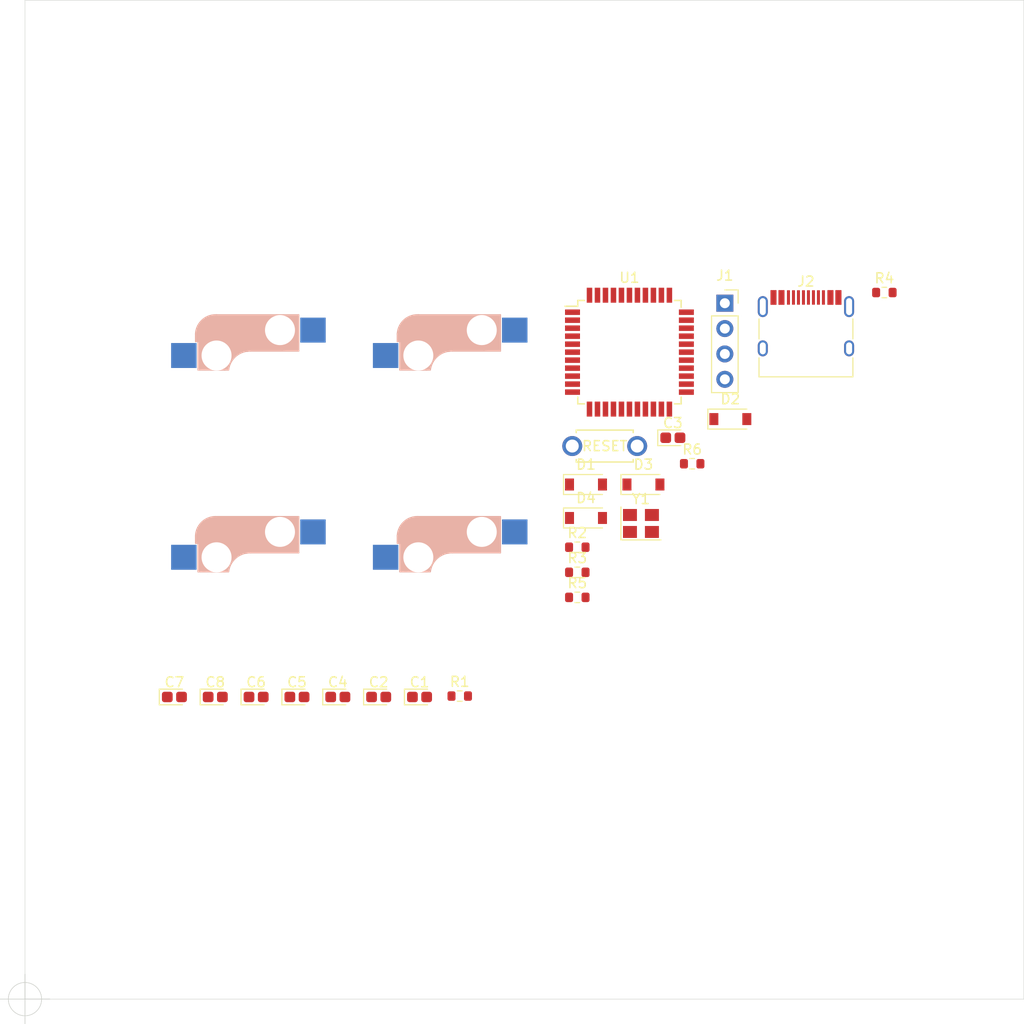
<source format=kicad_pcb>
(kicad_pcb (version 20171130) (host pcbnew "(5.1.10)-1")

  (general
    (thickness 1.6)
    (drawings 6)
    (tracks 0)
    (zones 0)
    (modules 27)
    (nets 46)
  )

  (page A4)
  (layers
    (0 F.Cu signal)
    (31 B.Cu signal)
    (32 B.Adhes user)
    (33 F.Adhes user)
    (34 B.Paste user)
    (35 F.Paste user)
    (36 B.SilkS user)
    (37 F.SilkS user)
    (38 B.Mask user)
    (39 F.Mask user)
    (40 Dwgs.User user)
    (41 Cmts.User user)
    (42 Eco1.User user)
    (43 Eco2.User user)
    (44 Edge.Cuts user)
    (45 Margin user)
    (46 B.CrtYd user)
    (47 F.CrtYd user)
    (48 B.Fab user)
    (49 F.Fab user)
  )

  (setup
    (last_trace_width 0.25)
    (trace_clearance 0.2)
    (zone_clearance 0.508)
    (zone_45_only no)
    (trace_min 0.2)
    (via_size 0.8)
    (via_drill 0.4)
    (via_min_size 0.4)
    (via_min_drill 0.3)
    (uvia_size 0.3)
    (uvia_drill 0.1)
    (uvias_allowed no)
    (uvia_min_size 0.2)
    (uvia_min_drill 0.1)
    (edge_width 0.05)
    (segment_width 0.2)
    (pcb_text_width 0.3)
    (pcb_text_size 1.5 1.5)
    (mod_edge_width 0.12)
    (mod_text_size 1 1)
    (mod_text_width 0.15)
    (pad_size 1.524 1.524)
    (pad_drill 0.762)
    (pad_to_mask_clearance 0)
    (aux_axis_origin 55 140)
    (grid_origin 55 140)
    (visible_elements 7FFFFFFF)
    (pcbplotparams
      (layerselection 0x010fc_ffffffff)
      (usegerberextensions false)
      (usegerberattributes true)
      (usegerberadvancedattributes true)
      (creategerberjobfile true)
      (excludeedgelayer true)
      (linewidth 0.100000)
      (plotframeref false)
      (viasonmask false)
      (mode 1)
      (useauxorigin false)
      (hpglpennumber 1)
      (hpglpenspeed 20)
      (hpglpendiameter 15.000000)
      (psnegative false)
      (psa4output false)
      (plotreference true)
      (plotvalue true)
      (plotinvisibletext false)
      (padsonsilk false)
      (subtractmaskfromsilk false)
      (outputformat 1)
      (mirror false)
      (drillshape 1)
      (scaleselection 1)
      (outputdirectory ""))
  )

  (net 0 "")
  (net 1 "Net-(C1-Pad2)")
  (net 2 GND)
  (net 3 VCC)
  (net 4 xtal1)
  (net 5 xtal2)
  (net 6 "Net-(D1-Pad2)")
  (net 7 row0)
  (net 8 "Net-(D2-Pad2)")
  (net 9 row1)
  (net 10 "Net-(D3-Pad2)")
  (net 11 "Net-(D4-Pad2)")
  (net 12 SDA)
  (net 13 SCL)
  (net 14 "Net-(J2-PadB8)")
  (net 15 "Net-(J2-PadA5)")
  (net 16 "Net-(J2-PadA7)")
  (net 17 "Net-(J2-PadA6)")
  (net 18 "Net-(J2-PadA8)")
  (net 19 "Net-(J2-PadB5)")
  (net 20 "Net-(R1-Pad2)")
  (net 21 reset)
  (net 22 d-)
  (net 23 d+)
  (net 24 col0)
  (net 25 col1)
  (net 26 "Net-(U1-Pad42)")
  (net 27 "Net-(U1-Pad41)")
  (net 28 "Net-(U1-Pad40)")
  (net 29 "Net-(U1-Pad39)")
  (net 30 "Net-(U1-Pad38)")
  (net 31 "Net-(U1-Pad37)")
  (net 32 "Net-(U1-Pad36)")
  (net 33 "Net-(U1-Pad32)")
  (net 34 "Net-(U1-Pad31)")
  (net 35 "Net-(U1-Pad26)")
  (net 36 "Net-(U1-Pad25)")
  (net 37 "Net-(U1-Pad22)")
  (net 38 "Net-(U1-Pad21)")
  (net 39 "Net-(U1-Pad20)")
  (net 40 "Net-(U1-Pad12)")
  (net 41 "Net-(U1-Pad11)")
  (net 42 "Net-(U1-Pad10)")
  (net 43 "Net-(U1-Pad9)")
  (net 44 "Net-(U1-Pad8)")
  (net 45 "Net-(U1-Pad1)")

  (net_class Default "This is the default net class."
    (clearance 0.2)
    (trace_width 0.25)
    (via_dia 0.8)
    (via_drill 0.4)
    (uvia_dia 0.3)
    (uvia_drill 0.1)
    (add_net GND)
    (add_net "Net-(C1-Pad2)")
    (add_net "Net-(D1-Pad2)")
    (add_net "Net-(D2-Pad2)")
    (add_net "Net-(D3-Pad2)")
    (add_net "Net-(D4-Pad2)")
    (add_net "Net-(J2-PadA5)")
    (add_net "Net-(J2-PadA6)")
    (add_net "Net-(J2-PadA7)")
    (add_net "Net-(J2-PadA8)")
    (add_net "Net-(J2-PadB5)")
    (add_net "Net-(J2-PadB8)")
    (add_net "Net-(R1-Pad2)")
    (add_net "Net-(U1-Pad1)")
    (add_net "Net-(U1-Pad10)")
    (add_net "Net-(U1-Pad11)")
    (add_net "Net-(U1-Pad12)")
    (add_net "Net-(U1-Pad20)")
    (add_net "Net-(U1-Pad21)")
    (add_net "Net-(U1-Pad22)")
    (add_net "Net-(U1-Pad25)")
    (add_net "Net-(U1-Pad26)")
    (add_net "Net-(U1-Pad31)")
    (add_net "Net-(U1-Pad32)")
    (add_net "Net-(U1-Pad36)")
    (add_net "Net-(U1-Pad37)")
    (add_net "Net-(U1-Pad38)")
    (add_net "Net-(U1-Pad39)")
    (add_net "Net-(U1-Pad40)")
    (add_net "Net-(U1-Pad41)")
    (add_net "Net-(U1-Pad42)")
    (add_net "Net-(U1-Pad8)")
    (add_net "Net-(U1-Pad9)")
    (add_net SCL)
    (add_net SDA)
    (add_net VCC)
    (add_net col0)
    (add_net col1)
    (add_net d+)
    (add_net d-)
    (add_net reset)
    (add_net row0)
    (add_net row1)
    (add_net xtal1)
    (add_net xtal2)
  )

  (module Crystal:Crystal_SMD_3225-4Pin_3.2x2.5mm (layer F.Cu) (tedit 5A0FD1B2) (tstamp 622912D4)
    (at 116.665 92.38)
    (descr "SMD Crystal SERIES SMD3225/4 http://www.txccrystal.com/images/pdf/7m-accuracy.pdf, 3.2x2.5mm^2 package")
    (tags "SMD SMT crystal")
    (path /61FECFD9)
    (attr smd)
    (fp_text reference Y1 (at 0 -2.45) (layer F.SilkS)
      (effects (font (size 1 1) (thickness 0.15)))
    )
    (fp_text value Crystal_GND24 (at 0 2.45) (layer F.Fab)
      (effects (font (size 1 1) (thickness 0.15)))
    )
    (fp_text user %R (at 0 0) (layer F.Fab)
      (effects (font (size 0.7 0.7) (thickness 0.105)))
    )
    (fp_line (start -1.6 -1.25) (end -1.6 1.25) (layer F.Fab) (width 0.1))
    (fp_line (start -1.6 1.25) (end 1.6 1.25) (layer F.Fab) (width 0.1))
    (fp_line (start 1.6 1.25) (end 1.6 -1.25) (layer F.Fab) (width 0.1))
    (fp_line (start 1.6 -1.25) (end -1.6 -1.25) (layer F.Fab) (width 0.1))
    (fp_line (start -1.6 0.25) (end -0.6 1.25) (layer F.Fab) (width 0.1))
    (fp_line (start -2 -1.65) (end -2 1.65) (layer F.SilkS) (width 0.12))
    (fp_line (start -2 1.65) (end 2 1.65) (layer F.SilkS) (width 0.12))
    (fp_line (start -2.1 -1.7) (end -2.1 1.7) (layer F.CrtYd) (width 0.05))
    (fp_line (start -2.1 1.7) (end 2.1 1.7) (layer F.CrtYd) (width 0.05))
    (fp_line (start 2.1 1.7) (end 2.1 -1.7) (layer F.CrtYd) (width 0.05))
    (fp_line (start 2.1 -1.7) (end -2.1 -1.7) (layer F.CrtYd) (width 0.05))
    (pad 4 smd rect (at -1.1 -0.85) (size 1.4 1.2) (layers F.Cu F.Paste F.Mask)
      (net 2 GND))
    (pad 3 smd rect (at 1.1 -0.85) (size 1.4 1.2) (layers F.Cu F.Paste F.Mask)
      (net 4 xtal1))
    (pad 2 smd rect (at 1.1 0.85) (size 1.4 1.2) (layers F.Cu F.Paste F.Mask)
      (net 2 GND))
    (pad 1 smd rect (at -1.1 0.85) (size 1.4 1.2) (layers F.Cu F.Paste F.Mask)
      (net 5 xtal2))
    (model ${KISYS3DMOD}/Crystal.3dshapes/Crystal_SMD_3225-4Pin_3.2x2.5mm.wrl
      (at (xyz 0 0 0))
      (scale (xyz 1 1 1))
      (rotate (xyz 0 0 0))
    )
  )

  (module Package_QFP:TQFP-44_10x10mm_P0.8mm (layer F.Cu) (tedit 5A02F146) (tstamp 622912C0)
    (at 115.515 75.23)
    (descr "44-Lead Plastic Thin Quad Flatpack (PT) - 10x10x1.0 mm Body [TQFP] (see Microchip Packaging Specification 00000049BS.pdf)")
    (tags "QFP 0.8")
    (path /6228CBA2)
    (attr smd)
    (fp_text reference U1 (at 0 -7.45) (layer F.SilkS)
      (effects (font (size 1 1) (thickness 0.15)))
    )
    (fp_text value ATmega32U4-AU (at 0 7.45) (layer F.Fab)
      (effects (font (size 1 1) (thickness 0.15)))
    )
    (fp_text user %R (at 0 0) (layer F.Fab)
      (effects (font (size 1 1) (thickness 0.15)))
    )
    (fp_line (start -4 -5) (end 5 -5) (layer F.Fab) (width 0.15))
    (fp_line (start 5 -5) (end 5 5) (layer F.Fab) (width 0.15))
    (fp_line (start 5 5) (end -5 5) (layer F.Fab) (width 0.15))
    (fp_line (start -5 5) (end -5 -4) (layer F.Fab) (width 0.15))
    (fp_line (start -5 -4) (end -4 -5) (layer F.Fab) (width 0.15))
    (fp_line (start -6.7 -6.7) (end -6.7 6.7) (layer F.CrtYd) (width 0.05))
    (fp_line (start 6.7 -6.7) (end 6.7 6.7) (layer F.CrtYd) (width 0.05))
    (fp_line (start -6.7 -6.7) (end 6.7 -6.7) (layer F.CrtYd) (width 0.05))
    (fp_line (start -6.7 6.7) (end 6.7 6.7) (layer F.CrtYd) (width 0.05))
    (fp_line (start -5.175 -5.175) (end -5.175 -4.6) (layer F.SilkS) (width 0.15))
    (fp_line (start 5.175 -5.175) (end 5.175 -4.5) (layer F.SilkS) (width 0.15))
    (fp_line (start 5.175 5.175) (end 5.175 4.5) (layer F.SilkS) (width 0.15))
    (fp_line (start -5.175 5.175) (end -5.175 4.5) (layer F.SilkS) (width 0.15))
    (fp_line (start -5.175 -5.175) (end -4.5 -5.175) (layer F.SilkS) (width 0.15))
    (fp_line (start -5.175 5.175) (end -4.5 5.175) (layer F.SilkS) (width 0.15))
    (fp_line (start 5.175 5.175) (end 4.5 5.175) (layer F.SilkS) (width 0.15))
    (fp_line (start 5.175 -5.175) (end 4.5 -5.175) (layer F.SilkS) (width 0.15))
    (fp_line (start -5.175 -4.6) (end -6.45 -4.6) (layer F.SilkS) (width 0.15))
    (pad 44 smd rect (at -4 -5.7 90) (size 1.5 0.55) (layers F.Cu F.Paste F.Mask)
      (net 3 VCC))
    (pad 43 smd rect (at -3.2 -5.7 90) (size 1.5 0.55) (layers F.Cu F.Paste F.Mask)
      (net 2 GND))
    (pad 42 smd rect (at -2.4 -5.7 90) (size 1.5 0.55) (layers F.Cu F.Paste F.Mask)
      (net 26 "Net-(U1-Pad42)"))
    (pad 41 smd rect (at -1.6 -5.7 90) (size 1.5 0.55) (layers F.Cu F.Paste F.Mask)
      (net 27 "Net-(U1-Pad41)"))
    (pad 40 smd rect (at -0.8 -5.7 90) (size 1.5 0.55) (layers F.Cu F.Paste F.Mask)
      (net 28 "Net-(U1-Pad40)"))
    (pad 39 smd rect (at 0 -5.7 90) (size 1.5 0.55) (layers F.Cu F.Paste F.Mask)
      (net 29 "Net-(U1-Pad39)"))
    (pad 38 smd rect (at 0.8 -5.7 90) (size 1.5 0.55) (layers F.Cu F.Paste F.Mask)
      (net 30 "Net-(U1-Pad38)"))
    (pad 37 smd rect (at 1.6 -5.7 90) (size 1.5 0.55) (layers F.Cu F.Paste F.Mask)
      (net 31 "Net-(U1-Pad37)"))
    (pad 36 smd rect (at 2.4 -5.7 90) (size 1.5 0.55) (layers F.Cu F.Paste F.Mask)
      (net 32 "Net-(U1-Pad36)"))
    (pad 35 smd rect (at 3.2 -5.7 90) (size 1.5 0.55) (layers F.Cu F.Paste F.Mask)
      (net 2 GND))
    (pad 34 smd rect (at 4 -5.7 90) (size 1.5 0.55) (layers F.Cu F.Paste F.Mask)
      (net 3 VCC))
    (pad 33 smd rect (at 5.7 -4) (size 1.5 0.55) (layers F.Cu F.Paste F.Mask)
      (net 20 "Net-(R1-Pad2)"))
    (pad 32 smd rect (at 5.7 -3.2) (size 1.5 0.55) (layers F.Cu F.Paste F.Mask)
      (net 33 "Net-(U1-Pad32)"))
    (pad 31 smd rect (at 5.7 -2.4) (size 1.5 0.55) (layers F.Cu F.Paste F.Mask)
      (net 34 "Net-(U1-Pad31)"))
    (pad 30 smd rect (at 5.7 -1.6) (size 1.5 0.55) (layers F.Cu F.Paste F.Mask)
      (net 9 row1))
    (pad 29 smd rect (at 5.7 -0.8) (size 1.5 0.55) (layers F.Cu F.Paste F.Mask)
      (net 24 col0))
    (pad 28 smd rect (at 5.7 0) (size 1.5 0.55) (layers F.Cu F.Paste F.Mask)
      (net 25 col1))
    (pad 27 smd rect (at 5.7 0.8) (size 1.5 0.55) (layers F.Cu F.Paste F.Mask)
      (net 7 row0))
    (pad 26 smd rect (at 5.7 1.6) (size 1.5 0.55) (layers F.Cu F.Paste F.Mask)
      (net 35 "Net-(U1-Pad26)"))
    (pad 25 smd rect (at 5.7 2.4) (size 1.5 0.55) (layers F.Cu F.Paste F.Mask)
      (net 36 "Net-(U1-Pad25)"))
    (pad 24 smd rect (at 5.7 3.2) (size 1.5 0.55) (layers F.Cu F.Paste F.Mask)
      (net 3 VCC))
    (pad 23 smd rect (at 5.7 4) (size 1.5 0.55) (layers F.Cu F.Paste F.Mask)
      (net 2 GND))
    (pad 22 smd rect (at 4 5.7 90) (size 1.5 0.55) (layers F.Cu F.Paste F.Mask)
      (net 37 "Net-(U1-Pad22)"))
    (pad 21 smd rect (at 3.2 5.7 90) (size 1.5 0.55) (layers F.Cu F.Paste F.Mask)
      (net 38 "Net-(U1-Pad21)"))
    (pad 20 smd rect (at 2.4 5.7 90) (size 1.5 0.55) (layers F.Cu F.Paste F.Mask)
      (net 39 "Net-(U1-Pad20)"))
    (pad 19 smd rect (at 1.6 5.7 90) (size 1.5 0.55) (layers F.Cu F.Paste F.Mask)
      (net 12 SDA))
    (pad 18 smd rect (at 0.8 5.7 90) (size 1.5 0.55) (layers F.Cu F.Paste F.Mask)
      (net 13 SCL))
    (pad 17 smd rect (at 0 5.7 90) (size 1.5 0.55) (layers F.Cu F.Paste F.Mask)
      (net 4 xtal1))
    (pad 16 smd rect (at -0.8 5.7 90) (size 1.5 0.55) (layers F.Cu F.Paste F.Mask)
      (net 5 xtal2))
    (pad 15 smd rect (at -1.6 5.7 90) (size 1.5 0.55) (layers F.Cu F.Paste F.Mask)
      (net 2 GND))
    (pad 14 smd rect (at -2.4 5.7 90) (size 1.5 0.55) (layers F.Cu F.Paste F.Mask)
      (net 3 VCC))
    (pad 13 smd rect (at -3.2 5.7 90) (size 1.5 0.55) (layers F.Cu F.Paste F.Mask)
      (net 21 reset))
    (pad 12 smd rect (at -4 5.7 90) (size 1.5 0.55) (layers F.Cu F.Paste F.Mask)
      (net 40 "Net-(U1-Pad12)"))
    (pad 11 smd rect (at -5.7 4) (size 1.5 0.55) (layers F.Cu F.Paste F.Mask)
      (net 41 "Net-(U1-Pad11)"))
    (pad 10 smd rect (at -5.7 3.2) (size 1.5 0.55) (layers F.Cu F.Paste F.Mask)
      (net 42 "Net-(U1-Pad10)"))
    (pad 9 smd rect (at -5.7 2.4) (size 1.5 0.55) (layers F.Cu F.Paste F.Mask)
      (net 43 "Net-(U1-Pad9)"))
    (pad 8 smd rect (at -5.7 1.6) (size 1.5 0.55) (layers F.Cu F.Paste F.Mask)
      (net 44 "Net-(U1-Pad8)"))
    (pad 7 smd rect (at -5.7 0.8) (size 1.5 0.55) (layers F.Cu F.Paste F.Mask)
      (net 3 VCC))
    (pad 6 smd rect (at -5.7 0) (size 1.5 0.55) (layers F.Cu F.Paste F.Mask)
      (net 1 "Net-(C1-Pad2)"))
    (pad 5 smd rect (at -5.7 -0.8) (size 1.5 0.55) (layers F.Cu F.Paste F.Mask)
      (net 2 GND))
    (pad 4 smd rect (at -5.7 -1.6) (size 1.5 0.55) (layers F.Cu F.Paste F.Mask)
      (net 23 d+))
    (pad 3 smd rect (at -5.7 -2.4) (size 1.5 0.55) (layers F.Cu F.Paste F.Mask)
      (net 22 d-))
    (pad 2 smd rect (at -5.7 -3.2) (size 1.5 0.55) (layers F.Cu F.Paste F.Mask)
      (net 3 VCC))
    (pad 1 smd rect (at -5.7 -4) (size 1.5 0.55) (layers F.Cu F.Paste F.Mask)
      (net 45 "Net-(U1-Pad1)"))
    (model ${KISYS3DMOD}/Package_QFP.3dshapes/TQFP-44_10x10mm_P0.8mm.wrl
      (at (xyz 0 0 0))
      (scale (xyz 1 1 1))
      (rotate (xyz 0 0 0))
    )
  )

  (module KBD_foostan:CherryMX_Hotswap (layer F.Cu) (tedit 5F70BC32) (tstamp 6229127D)
    (at 77.99 78.105)
    (path /622B4190)
    (fp_text reference SW4 (at 7.1 8.2) (layer F.SilkS) hide
      (effects (font (size 1 1) (thickness 0.15)))
    )
    (fp_text value SW_PUSH (at -4.8 8.3) (layer F.Fab) hide
      (effects (font (size 1 1) (thickness 0.15)))
    )
    (fp_arc (start -0.465 -0.83) (end -0.4 -3) (angle -84) (layer B.SilkS) (width 0.15))
    (fp_arc (start -3.9 -4.6) (end -3.800001 -6.6) (angle -90) (layer B.SilkS) (width 0.15))
    (fp_arc (start -0.865 -1.23) (end -0.8 -3.4) (angle -84) (layer B.SilkS) (width 1))
    (fp_line (start 4.25 -6.4) (end 3 -6.4) (layer B.SilkS) (width 0.4))
    (fp_line (start -5.45 -1.3) (end -3 -1.3) (layer B.SilkS) (width 0.5))
    (fp_line (start 4.4 -6.6) (end -3.800001 -6.6) (layer B.SilkS) (width 0.15))
    (fp_line (start -0.4 -3) (end 4.4 -3) (layer B.SilkS) (width 0.15))
    (fp_line (start -5.65 -1.1) (end -2.62 -1.1) (layer B.SilkS) (width 0.15))
    (fp_line (start -5.9 -4.7) (end -5.9 -3.95) (layer B.SilkS) (width 0.15))
    (fp_line (start -5.65 -5.55) (end -5.65 -1.1) (layer B.SilkS) (width 0.15))
    (fp_line (start -5.9 -3.95) (end -5.7 -3.95) (layer B.SilkS) (width 0.15))
    (fp_line (start 4.38 -4) (end 4.38 -6.25) (layer B.SilkS) (width 0.15))
    (fp_line (start 4.4 -3) (end 4.4 -6.6) (layer B.SilkS) (width 0.15))
    (fp_line (start 2.6 -4.8) (end -4.1 -4.8) (layer B.SilkS) (width 3.5))
    (fp_line (start 3.9 -6) (end 3.9 -3.5) (layer B.SilkS) (width 1))
    (fp_line (start 4.2 -3.25) (end 2.9 -3.3) (layer B.SilkS) (width 0.5))
    (fp_line (start -4.17 -5.1) (end -4.17 -2.86) (layer B.SilkS) (width 3))
    (fp_line (start -5.3 -1.6) (end -5.3 -3.399999) (layer B.SilkS) (width 0.8))
    (fp_line (start -5.8 -4.05) (end -5.8 -4.7) (layer B.SilkS) (width 0.3))
    (fp_line (start -9.525 -9.525) (end 9.525 -9.525) (layer Dwgs.User) (width 0.15))
    (fp_line (start 9.525 -9.525) (end 9.525 9.525) (layer Dwgs.User) (width 0.15))
    (fp_line (start 9.525 9.525) (end -9.525 9.525) (layer Dwgs.User) (width 0.15))
    (fp_line (start -9.525 9.525) (end -9.525 -9.525) (layer Dwgs.User) (width 0.15))
    (fp_line (start -7 -6) (end -7 -7) (layer Dwgs.User) (width 0.15))
    (fp_line (start 7 -7) (end 6 -7) (layer Dwgs.User) (width 0.15))
    (fp_line (start -7 6) (end -7 7) (layer Dwgs.User) (width 0.15))
    (fp_line (start 6 7) (end 7 7) (layer Dwgs.User) (width 0.15))
    (fp_line (start 7 7) (end 7 6) (layer Dwgs.User) (width 0.15))
    (fp_line (start -7 -7) (end -6 -7) (layer Dwgs.User) (width 0.15))
    (fp_line (start 7 -7) (end 7 -6) (layer Dwgs.User) (width 0.15))
    (fp_line (start -7 7) (end -6 7) (layer Dwgs.User) (width 0.15))
    (pad "" np_thru_hole circle (at 2.54 -5.08) (size 3 3) (drill 3) (layers *.Cu *.Mask))
    (pad "" np_thru_hole circle (at -3.81 -2.54) (size 3 3) (drill 3) (layers *.Cu *.Mask))
    (pad 2 smd rect (at 5.842 -5.08 180) (size 2.55 2.5) (layers B.Cu B.Paste B.Mask)
      (net 25 col1))
    (pad "" np_thru_hole circle (at -5.08 0) (size 1.9 1.9) (drill 1.9) (layers *.Cu *.Mask))
    (pad "" np_thru_hole circle (at 5.08 0) (size 1.9 1.9) (drill 1.9) (layers *.Cu *.Mask))
    (pad "" np_thru_hole circle (at 0 0 90) (size 4.1 4.1) (drill 4.1) (layers *.Cu *.Mask))
    (pad 1 smd rect (at -7.085 -2.54 180) (size 2.55 2.5) (layers B.Cu B.Paste B.Mask)
      (net 11 "Net-(D4-Pad2)"))
    (model /Users/foostan/src/github.com/foostan/kbd/kicad-packages3D/kbd.3dshapes/Kailh-CherryMX-Socket.step
      (offset (xyz -1.3 7.6 -3.6))
      (scale (xyz 1 1 1))
      (rotate (xyz 0 0 180))
    )
  )

  (module KBD_foostan:CherryMX_Hotswap (layer F.Cu) (tedit 5F70BC32) (tstamp 62291253)
    (at 77.99 98.305)
    (path /622B4415)
    (fp_text reference SW3 (at 7.1 8.2) (layer F.SilkS) hide
      (effects (font (size 1 1) (thickness 0.15)))
    )
    (fp_text value SW_PUSH (at -4.8 8.3) (layer F.Fab) hide
      (effects (font (size 1 1) (thickness 0.15)))
    )
    (fp_arc (start -0.465 -0.83) (end -0.4 -3) (angle -84) (layer B.SilkS) (width 0.15))
    (fp_arc (start -3.9 -4.6) (end -3.800001 -6.6) (angle -90) (layer B.SilkS) (width 0.15))
    (fp_arc (start -0.865 -1.23) (end -0.8 -3.4) (angle -84) (layer B.SilkS) (width 1))
    (fp_line (start 4.25 -6.4) (end 3 -6.4) (layer B.SilkS) (width 0.4))
    (fp_line (start -5.45 -1.3) (end -3 -1.3) (layer B.SilkS) (width 0.5))
    (fp_line (start 4.4 -6.6) (end -3.800001 -6.6) (layer B.SilkS) (width 0.15))
    (fp_line (start -0.4 -3) (end 4.4 -3) (layer B.SilkS) (width 0.15))
    (fp_line (start -5.65 -1.1) (end -2.62 -1.1) (layer B.SilkS) (width 0.15))
    (fp_line (start -5.9 -4.7) (end -5.9 -3.95) (layer B.SilkS) (width 0.15))
    (fp_line (start -5.65 -5.55) (end -5.65 -1.1) (layer B.SilkS) (width 0.15))
    (fp_line (start -5.9 -3.95) (end -5.7 -3.95) (layer B.SilkS) (width 0.15))
    (fp_line (start 4.38 -4) (end 4.38 -6.25) (layer B.SilkS) (width 0.15))
    (fp_line (start 4.4 -3) (end 4.4 -6.6) (layer B.SilkS) (width 0.15))
    (fp_line (start 2.6 -4.8) (end -4.1 -4.8) (layer B.SilkS) (width 3.5))
    (fp_line (start 3.9 -6) (end 3.9 -3.5) (layer B.SilkS) (width 1))
    (fp_line (start 4.2 -3.25) (end 2.9 -3.3) (layer B.SilkS) (width 0.5))
    (fp_line (start -4.17 -5.1) (end -4.17 -2.86) (layer B.SilkS) (width 3))
    (fp_line (start -5.3 -1.6) (end -5.3 -3.399999) (layer B.SilkS) (width 0.8))
    (fp_line (start -5.8 -4.05) (end -5.8 -4.7) (layer B.SilkS) (width 0.3))
    (fp_line (start -9.525 -9.525) (end 9.525 -9.525) (layer Dwgs.User) (width 0.15))
    (fp_line (start 9.525 -9.525) (end 9.525 9.525) (layer Dwgs.User) (width 0.15))
    (fp_line (start 9.525 9.525) (end -9.525 9.525) (layer Dwgs.User) (width 0.15))
    (fp_line (start -9.525 9.525) (end -9.525 -9.525) (layer Dwgs.User) (width 0.15))
    (fp_line (start -7 -6) (end -7 -7) (layer Dwgs.User) (width 0.15))
    (fp_line (start 7 -7) (end 6 -7) (layer Dwgs.User) (width 0.15))
    (fp_line (start -7 6) (end -7 7) (layer Dwgs.User) (width 0.15))
    (fp_line (start 6 7) (end 7 7) (layer Dwgs.User) (width 0.15))
    (fp_line (start 7 7) (end 7 6) (layer Dwgs.User) (width 0.15))
    (fp_line (start -7 -7) (end -6 -7) (layer Dwgs.User) (width 0.15))
    (fp_line (start 7 -7) (end 7 -6) (layer Dwgs.User) (width 0.15))
    (fp_line (start -7 7) (end -6 7) (layer Dwgs.User) (width 0.15))
    (pad "" np_thru_hole circle (at 2.54 -5.08) (size 3 3) (drill 3) (layers *.Cu *.Mask))
    (pad "" np_thru_hole circle (at -3.81 -2.54) (size 3 3) (drill 3) (layers *.Cu *.Mask))
    (pad 2 smd rect (at 5.842 -5.08 180) (size 2.55 2.5) (layers B.Cu B.Paste B.Mask)
      (net 25 col1))
    (pad "" np_thru_hole circle (at -5.08 0) (size 1.9 1.9) (drill 1.9) (layers *.Cu *.Mask))
    (pad "" np_thru_hole circle (at 5.08 0) (size 1.9 1.9) (drill 1.9) (layers *.Cu *.Mask))
    (pad "" np_thru_hole circle (at 0 0 90) (size 4.1 4.1) (drill 4.1) (layers *.Cu *.Mask))
    (pad 1 smd rect (at -7.085 -2.54 180) (size 2.55 2.5) (layers B.Cu B.Paste B.Mask)
      (net 10 "Net-(D3-Pad2)"))
    (model /Users/foostan/src/github.com/foostan/kbd/kicad-packages3D/kbd.3dshapes/Kailh-CherryMX-Socket.step
      (offset (xyz -1.3 7.6 -3.6))
      (scale (xyz 1 1 1))
      (rotate (xyz 0 0 180))
    )
  )

  (module KBD_foostan:CherryMX_Hotswap (layer F.Cu) (tedit 5F70BC32) (tstamp 62291229)
    (at 98.19 78.105)
    (path /622B3B4D)
    (fp_text reference SW2 (at 7.1 8.2) (layer F.SilkS) hide
      (effects (font (size 1 1) (thickness 0.15)))
    )
    (fp_text value SW_PUSH (at -4.8 8.3) (layer F.Fab) hide
      (effects (font (size 1 1) (thickness 0.15)))
    )
    (fp_arc (start -0.465 -0.83) (end -0.4 -3) (angle -84) (layer B.SilkS) (width 0.15))
    (fp_arc (start -3.9 -4.6) (end -3.800001 -6.6) (angle -90) (layer B.SilkS) (width 0.15))
    (fp_arc (start -0.865 -1.23) (end -0.8 -3.4) (angle -84) (layer B.SilkS) (width 1))
    (fp_line (start 4.25 -6.4) (end 3 -6.4) (layer B.SilkS) (width 0.4))
    (fp_line (start -5.45 -1.3) (end -3 -1.3) (layer B.SilkS) (width 0.5))
    (fp_line (start 4.4 -6.6) (end -3.800001 -6.6) (layer B.SilkS) (width 0.15))
    (fp_line (start -0.4 -3) (end 4.4 -3) (layer B.SilkS) (width 0.15))
    (fp_line (start -5.65 -1.1) (end -2.62 -1.1) (layer B.SilkS) (width 0.15))
    (fp_line (start -5.9 -4.7) (end -5.9 -3.95) (layer B.SilkS) (width 0.15))
    (fp_line (start -5.65 -5.55) (end -5.65 -1.1) (layer B.SilkS) (width 0.15))
    (fp_line (start -5.9 -3.95) (end -5.7 -3.95) (layer B.SilkS) (width 0.15))
    (fp_line (start 4.38 -4) (end 4.38 -6.25) (layer B.SilkS) (width 0.15))
    (fp_line (start 4.4 -3) (end 4.4 -6.6) (layer B.SilkS) (width 0.15))
    (fp_line (start 2.6 -4.8) (end -4.1 -4.8) (layer B.SilkS) (width 3.5))
    (fp_line (start 3.9 -6) (end 3.9 -3.5) (layer B.SilkS) (width 1))
    (fp_line (start 4.2 -3.25) (end 2.9 -3.3) (layer B.SilkS) (width 0.5))
    (fp_line (start -4.17 -5.1) (end -4.17 -2.86) (layer B.SilkS) (width 3))
    (fp_line (start -5.3 -1.6) (end -5.3 -3.399999) (layer B.SilkS) (width 0.8))
    (fp_line (start -5.8 -4.05) (end -5.8 -4.7) (layer B.SilkS) (width 0.3))
    (fp_line (start -9.525 -9.525) (end 9.525 -9.525) (layer Dwgs.User) (width 0.15))
    (fp_line (start 9.525 -9.525) (end 9.525 9.525) (layer Dwgs.User) (width 0.15))
    (fp_line (start 9.525 9.525) (end -9.525 9.525) (layer Dwgs.User) (width 0.15))
    (fp_line (start -9.525 9.525) (end -9.525 -9.525) (layer Dwgs.User) (width 0.15))
    (fp_line (start -7 -6) (end -7 -7) (layer Dwgs.User) (width 0.15))
    (fp_line (start 7 -7) (end 6 -7) (layer Dwgs.User) (width 0.15))
    (fp_line (start -7 6) (end -7 7) (layer Dwgs.User) (width 0.15))
    (fp_line (start 6 7) (end 7 7) (layer Dwgs.User) (width 0.15))
    (fp_line (start 7 7) (end 7 6) (layer Dwgs.User) (width 0.15))
    (fp_line (start -7 -7) (end -6 -7) (layer Dwgs.User) (width 0.15))
    (fp_line (start 7 -7) (end 7 -6) (layer Dwgs.User) (width 0.15))
    (fp_line (start -7 7) (end -6 7) (layer Dwgs.User) (width 0.15))
    (pad "" np_thru_hole circle (at 2.54 -5.08) (size 3 3) (drill 3) (layers *.Cu *.Mask))
    (pad "" np_thru_hole circle (at -3.81 -2.54) (size 3 3) (drill 3) (layers *.Cu *.Mask))
    (pad 2 smd rect (at 5.842 -5.08 180) (size 2.55 2.5) (layers B.Cu B.Paste B.Mask)
      (net 24 col0))
    (pad "" np_thru_hole circle (at -5.08 0) (size 1.9 1.9) (drill 1.9) (layers *.Cu *.Mask))
    (pad "" np_thru_hole circle (at 5.08 0) (size 1.9 1.9) (drill 1.9) (layers *.Cu *.Mask))
    (pad "" np_thru_hole circle (at 0 0 90) (size 4.1 4.1) (drill 4.1) (layers *.Cu *.Mask))
    (pad 1 smd rect (at -7.085 -2.54 180) (size 2.55 2.5) (layers B.Cu B.Paste B.Mask)
      (net 8 "Net-(D2-Pad2)"))
    (model /Users/foostan/src/github.com/foostan/kbd/kicad-packages3D/kbd.3dshapes/Kailh-CherryMX-Socket.step
      (offset (xyz -1.3 7.6 -3.6))
      (scale (xyz 1 1 1))
      (rotate (xyz 0 0 180))
    )
  )

  (module KBD_foostan:CherryMX_Hotswap (layer F.Cu) (tedit 5F70BC32) (tstamp 622911FF)
    (at 98.19 98.305)
    (path /622B3840)
    (fp_text reference SW1 (at 7.1 8.2) (layer F.SilkS) hide
      (effects (font (size 1 1) (thickness 0.15)))
    )
    (fp_text value SW_PUSH (at -4.8 8.3) (layer F.Fab) hide
      (effects (font (size 1 1) (thickness 0.15)))
    )
    (fp_arc (start -0.465 -0.83) (end -0.4 -3) (angle -84) (layer B.SilkS) (width 0.15))
    (fp_arc (start -3.9 -4.6) (end -3.800001 -6.6) (angle -90) (layer B.SilkS) (width 0.15))
    (fp_arc (start -0.865 -1.23) (end -0.8 -3.4) (angle -84) (layer B.SilkS) (width 1))
    (fp_line (start 4.25 -6.4) (end 3 -6.4) (layer B.SilkS) (width 0.4))
    (fp_line (start -5.45 -1.3) (end -3 -1.3) (layer B.SilkS) (width 0.5))
    (fp_line (start 4.4 -6.6) (end -3.800001 -6.6) (layer B.SilkS) (width 0.15))
    (fp_line (start -0.4 -3) (end 4.4 -3) (layer B.SilkS) (width 0.15))
    (fp_line (start -5.65 -1.1) (end -2.62 -1.1) (layer B.SilkS) (width 0.15))
    (fp_line (start -5.9 -4.7) (end -5.9 -3.95) (layer B.SilkS) (width 0.15))
    (fp_line (start -5.65 -5.55) (end -5.65 -1.1) (layer B.SilkS) (width 0.15))
    (fp_line (start -5.9 -3.95) (end -5.7 -3.95) (layer B.SilkS) (width 0.15))
    (fp_line (start 4.38 -4) (end 4.38 -6.25) (layer B.SilkS) (width 0.15))
    (fp_line (start 4.4 -3) (end 4.4 -6.6) (layer B.SilkS) (width 0.15))
    (fp_line (start 2.6 -4.8) (end -4.1 -4.8) (layer B.SilkS) (width 3.5))
    (fp_line (start 3.9 -6) (end 3.9 -3.5) (layer B.SilkS) (width 1))
    (fp_line (start 4.2 -3.25) (end 2.9 -3.3) (layer B.SilkS) (width 0.5))
    (fp_line (start -4.17 -5.1) (end -4.17 -2.86) (layer B.SilkS) (width 3))
    (fp_line (start -5.3 -1.6) (end -5.3 -3.399999) (layer B.SilkS) (width 0.8))
    (fp_line (start -5.8 -4.05) (end -5.8 -4.7) (layer B.SilkS) (width 0.3))
    (fp_line (start -9.525 -9.525) (end 9.525 -9.525) (layer Dwgs.User) (width 0.15))
    (fp_line (start 9.525 -9.525) (end 9.525 9.525) (layer Dwgs.User) (width 0.15))
    (fp_line (start 9.525 9.525) (end -9.525 9.525) (layer Dwgs.User) (width 0.15))
    (fp_line (start -9.525 9.525) (end -9.525 -9.525) (layer Dwgs.User) (width 0.15))
    (fp_line (start -7 -6) (end -7 -7) (layer Dwgs.User) (width 0.15))
    (fp_line (start 7 -7) (end 6 -7) (layer Dwgs.User) (width 0.15))
    (fp_line (start -7 6) (end -7 7) (layer Dwgs.User) (width 0.15))
    (fp_line (start 6 7) (end 7 7) (layer Dwgs.User) (width 0.15))
    (fp_line (start 7 7) (end 7 6) (layer Dwgs.User) (width 0.15))
    (fp_line (start -7 -7) (end -6 -7) (layer Dwgs.User) (width 0.15))
    (fp_line (start 7 -7) (end 7 -6) (layer Dwgs.User) (width 0.15))
    (fp_line (start -7 7) (end -6 7) (layer Dwgs.User) (width 0.15))
    (pad "" np_thru_hole circle (at 2.54 -5.08) (size 3 3) (drill 3) (layers *.Cu *.Mask))
    (pad "" np_thru_hole circle (at -3.81 -2.54) (size 3 3) (drill 3) (layers *.Cu *.Mask))
    (pad 2 smd rect (at 5.842 -5.08 180) (size 2.55 2.5) (layers B.Cu B.Paste B.Mask)
      (net 24 col0))
    (pad "" np_thru_hole circle (at -5.08 0) (size 1.9 1.9) (drill 1.9) (layers *.Cu *.Mask))
    (pad "" np_thru_hole circle (at 5.08 0) (size 1.9 1.9) (drill 1.9) (layers *.Cu *.Mask))
    (pad "" np_thru_hole circle (at 0 0 90) (size 4.1 4.1) (drill 4.1) (layers *.Cu *.Mask))
    (pad 1 smd rect (at -7.085 -2.54 180) (size 2.55 2.5) (layers B.Cu B.Paste B.Mask)
      (net 6 "Net-(D1-Pad2)"))
    (model /Users/foostan/src/github.com/foostan/kbd/kicad-packages3D/kbd.3dshapes/Kailh-CherryMX-Socket.step
      (offset (xyz -1.3 7.6 -3.6))
      (scale (xyz 1 1 1))
      (rotate (xyz 0 0 180))
    )
  )

  (module KBD_foostan:ResetSW_1side (layer F.Cu) (tedit 5F8C82CB) (tstamp 622911D5)
    (at 113.039999 84.63)
    (path /6202879F)
    (fp_text reference RST1 (at 0 2.55) (layer F.SilkS) hide
      (effects (font (size 1 1) (thickness 0.15)))
    )
    (fp_text value SW_PUSH (at 0 -2.55) (layer F.Fab)
      (effects (font (size 1 1) (thickness 0.15)))
    )
    (fp_text user RESET (at 0 0) (layer F.SilkS)
      (effects (font (size 1 1) (thickness 0.15)))
    )
    (fp_line (start -2.85 1.6) (end 2.85 1.6) (layer F.SilkS) (width 0.15))
    (fp_line (start 2.85 1.6) (end 2.85 1.35) (layer F.SilkS) (width 0.15))
    (fp_line (start -2.85 1.6) (end -2.85 1.35) (layer F.SilkS) (width 0.15))
    (fp_line (start -2.85 -1.6) (end -2.85 -1.35) (layer F.SilkS) (width 0.15))
    (fp_line (start -2.85 -1.6) (end 2.85 -1.6) (layer F.SilkS) (width 0.15))
    (fp_line (start 2.85 -1.6) (end 2.85 -1.35) (layer F.SilkS) (width 0.15))
    (pad 2 thru_hole circle (at -3.25 0) (size 2 2) (drill 1.3) (layers *.Cu B.Mask)
      (net 2 GND))
    (pad 1 thru_hole circle (at 3.25 0) (size 2 2) (drill 1.3) (layers *.Cu B.Mask)
      (net 21 reset))
    (model /Users/foostan/src/github.com/foostan/kbd/kicad-packages3D/kbd.3dshapes/tact-switch.step
      (offset (xyz 0 0 3.47))
      (scale (xyz 1 1 1))
      (rotate (xyz 0 0 0))
    )
  )

  (module Resistor_SMD:R_0603_1608Metric (layer F.Cu) (tedit 5F68FEEE) (tstamp 622911C8)
    (at 121.795 86.4)
    (descr "Resistor SMD 0603 (1608 Metric), square (rectangular) end terminal, IPC_7351 nominal, (Body size source: IPC-SM-782 page 72, https://www.pcb-3d.com/wordpress/wp-content/uploads/ipc-sm-782a_amendment_1_and_2.pdf), generated with kicad-footprint-generator")
    (tags resistor)
    (path /61FF60D9)
    (attr smd)
    (fp_text reference R6 (at 0 -1.43) (layer F.SilkS)
      (effects (font (size 1 1) (thickness 0.15)))
    )
    (fp_text value 22 (at 0 1.43) (layer F.Fab)
      (effects (font (size 1 1) (thickness 0.15)))
    )
    (fp_text user %R (at 0 0) (layer F.Fab)
      (effects (font (size 0.4 0.4) (thickness 0.06)))
    )
    (fp_line (start -0.8 0.4125) (end -0.8 -0.4125) (layer F.Fab) (width 0.1))
    (fp_line (start -0.8 -0.4125) (end 0.8 -0.4125) (layer F.Fab) (width 0.1))
    (fp_line (start 0.8 -0.4125) (end 0.8 0.4125) (layer F.Fab) (width 0.1))
    (fp_line (start 0.8 0.4125) (end -0.8 0.4125) (layer F.Fab) (width 0.1))
    (fp_line (start -0.237258 -0.5225) (end 0.237258 -0.5225) (layer F.SilkS) (width 0.12))
    (fp_line (start -0.237258 0.5225) (end 0.237258 0.5225) (layer F.SilkS) (width 0.12))
    (fp_line (start -1.48 0.73) (end -1.48 -0.73) (layer F.CrtYd) (width 0.05))
    (fp_line (start -1.48 -0.73) (end 1.48 -0.73) (layer F.CrtYd) (width 0.05))
    (fp_line (start 1.48 -0.73) (end 1.48 0.73) (layer F.CrtYd) (width 0.05))
    (fp_line (start 1.48 0.73) (end -1.48 0.73) (layer F.CrtYd) (width 0.05))
    (pad 2 smd roundrect (at 0.825 0) (size 0.8 0.95) (layers F.Cu F.Paste F.Mask) (roundrect_rratio 0.25)
      (net 17 "Net-(J2-PadA6)"))
    (pad 1 smd roundrect (at -0.825 0) (size 0.8 0.95) (layers F.Cu F.Paste F.Mask) (roundrect_rratio 0.25)
      (net 23 d+))
    (model ${KISYS3DMOD}/Resistor_SMD.3dshapes/R_0603_1608Metric.wrl
      (at (xyz 0 0 0))
      (scale (xyz 1 1 1))
      (rotate (xyz 0 0 0))
    )
  )

  (module Resistor_SMD:R_0603_1608Metric (layer F.Cu) (tedit 5F68FEEE) (tstamp 622911B7)
    (at 110.295 99.78)
    (descr "Resistor SMD 0603 (1608 Metric), square (rectangular) end terminal, IPC_7351 nominal, (Body size source: IPC-SM-782 page 72, https://www.pcb-3d.com/wordpress/wp-content/uploads/ipc-sm-782a_amendment_1_and_2.pdf), generated with kicad-footprint-generator")
    (tags resistor)
    (path /61FF5EC2)
    (attr smd)
    (fp_text reference R5 (at 0 -1.43) (layer F.SilkS)
      (effects (font (size 1 1) (thickness 0.15)))
    )
    (fp_text value 22 (at 0 1.43) (layer F.Fab)
      (effects (font (size 1 1) (thickness 0.15)))
    )
    (fp_text user %R (at 0 0) (layer F.Fab)
      (effects (font (size 0.4 0.4) (thickness 0.06)))
    )
    (fp_line (start -0.8 0.4125) (end -0.8 -0.4125) (layer F.Fab) (width 0.1))
    (fp_line (start -0.8 -0.4125) (end 0.8 -0.4125) (layer F.Fab) (width 0.1))
    (fp_line (start 0.8 -0.4125) (end 0.8 0.4125) (layer F.Fab) (width 0.1))
    (fp_line (start 0.8 0.4125) (end -0.8 0.4125) (layer F.Fab) (width 0.1))
    (fp_line (start -0.237258 -0.5225) (end 0.237258 -0.5225) (layer F.SilkS) (width 0.12))
    (fp_line (start -0.237258 0.5225) (end 0.237258 0.5225) (layer F.SilkS) (width 0.12))
    (fp_line (start -1.48 0.73) (end -1.48 -0.73) (layer F.CrtYd) (width 0.05))
    (fp_line (start -1.48 -0.73) (end 1.48 -0.73) (layer F.CrtYd) (width 0.05))
    (fp_line (start 1.48 -0.73) (end 1.48 0.73) (layer F.CrtYd) (width 0.05))
    (fp_line (start 1.48 0.73) (end -1.48 0.73) (layer F.CrtYd) (width 0.05))
    (pad 2 smd roundrect (at 0.825 0) (size 0.8 0.95) (layers F.Cu F.Paste F.Mask) (roundrect_rratio 0.25)
      (net 16 "Net-(J2-PadA7)"))
    (pad 1 smd roundrect (at -0.825 0) (size 0.8 0.95) (layers F.Cu F.Paste F.Mask) (roundrect_rratio 0.25)
      (net 22 d-))
    (model ${KISYS3DMOD}/Resistor_SMD.3dshapes/R_0603_1608Metric.wrl
      (at (xyz 0 0 0))
      (scale (xyz 1 1 1))
      (rotate (xyz 0 0 0))
    )
  )

  (module Resistor_SMD:R_0603_1608Metric (layer F.Cu) (tedit 5F68FEEE) (tstamp 622911A6)
    (at 141.035 69.26)
    (descr "Resistor SMD 0603 (1608 Metric), square (rectangular) end terminal, IPC_7351 nominal, (Body size source: IPC-SM-782 page 72, https://www.pcb-3d.com/wordpress/wp-content/uploads/ipc-sm-782a_amendment_1_and_2.pdf), generated with kicad-footprint-generator")
    (tags resistor)
    (path /61FF5BF3)
    (attr smd)
    (fp_text reference R4 (at 0 -1.43) (layer F.SilkS)
      (effects (font (size 1 1) (thickness 0.15)))
    )
    (fp_text value 5.1k (at 0 1.43) (layer F.Fab)
      (effects (font (size 1 1) (thickness 0.15)))
    )
    (fp_text user %R (at 0 0) (layer F.Fab)
      (effects (font (size 0.4 0.4) (thickness 0.06)))
    )
    (fp_line (start -0.8 0.4125) (end -0.8 -0.4125) (layer F.Fab) (width 0.1))
    (fp_line (start -0.8 -0.4125) (end 0.8 -0.4125) (layer F.Fab) (width 0.1))
    (fp_line (start 0.8 -0.4125) (end 0.8 0.4125) (layer F.Fab) (width 0.1))
    (fp_line (start 0.8 0.4125) (end -0.8 0.4125) (layer F.Fab) (width 0.1))
    (fp_line (start -0.237258 -0.5225) (end 0.237258 -0.5225) (layer F.SilkS) (width 0.12))
    (fp_line (start -0.237258 0.5225) (end 0.237258 0.5225) (layer F.SilkS) (width 0.12))
    (fp_line (start -1.48 0.73) (end -1.48 -0.73) (layer F.CrtYd) (width 0.05))
    (fp_line (start -1.48 -0.73) (end 1.48 -0.73) (layer F.CrtYd) (width 0.05))
    (fp_line (start 1.48 -0.73) (end 1.48 0.73) (layer F.CrtYd) (width 0.05))
    (fp_line (start 1.48 0.73) (end -1.48 0.73) (layer F.CrtYd) (width 0.05))
    (pad 2 smd roundrect (at 0.825 0) (size 0.8 0.95) (layers F.Cu F.Paste F.Mask) (roundrect_rratio 0.25)
      (net 19 "Net-(J2-PadB5)"))
    (pad 1 smd roundrect (at -0.825 0) (size 0.8 0.95) (layers F.Cu F.Paste F.Mask) (roundrect_rratio 0.25)
      (net 2 GND))
    (model ${KISYS3DMOD}/Resistor_SMD.3dshapes/R_0603_1608Metric.wrl
      (at (xyz 0 0 0))
      (scale (xyz 1 1 1))
      (rotate (xyz 0 0 0))
    )
  )

  (module Resistor_SMD:R_0603_1608Metric (layer F.Cu) (tedit 5F68FEEE) (tstamp 62291195)
    (at 110.295 97.27)
    (descr "Resistor SMD 0603 (1608 Metric), square (rectangular) end terminal, IPC_7351 nominal, (Body size source: IPC-SM-782 page 72, https://www.pcb-3d.com/wordpress/wp-content/uploads/ipc-sm-782a_amendment_1_and_2.pdf), generated with kicad-footprint-generator")
    (tags resistor)
    (path /61FF5554)
    (attr smd)
    (fp_text reference R3 (at 0 -1.43) (layer F.SilkS)
      (effects (font (size 1 1) (thickness 0.15)))
    )
    (fp_text value 5.1k (at 0 1.43) (layer F.Fab)
      (effects (font (size 1 1) (thickness 0.15)))
    )
    (fp_text user %R (at 0 0) (layer F.Fab)
      (effects (font (size 0.4 0.4) (thickness 0.06)))
    )
    (fp_line (start -0.8 0.4125) (end -0.8 -0.4125) (layer F.Fab) (width 0.1))
    (fp_line (start -0.8 -0.4125) (end 0.8 -0.4125) (layer F.Fab) (width 0.1))
    (fp_line (start 0.8 -0.4125) (end 0.8 0.4125) (layer F.Fab) (width 0.1))
    (fp_line (start 0.8 0.4125) (end -0.8 0.4125) (layer F.Fab) (width 0.1))
    (fp_line (start -0.237258 -0.5225) (end 0.237258 -0.5225) (layer F.SilkS) (width 0.12))
    (fp_line (start -0.237258 0.5225) (end 0.237258 0.5225) (layer F.SilkS) (width 0.12))
    (fp_line (start -1.48 0.73) (end -1.48 -0.73) (layer F.CrtYd) (width 0.05))
    (fp_line (start -1.48 -0.73) (end 1.48 -0.73) (layer F.CrtYd) (width 0.05))
    (fp_line (start 1.48 -0.73) (end 1.48 0.73) (layer F.CrtYd) (width 0.05))
    (fp_line (start 1.48 0.73) (end -1.48 0.73) (layer F.CrtYd) (width 0.05))
    (pad 2 smd roundrect (at 0.825 0) (size 0.8 0.95) (layers F.Cu F.Paste F.Mask) (roundrect_rratio 0.25)
      (net 15 "Net-(J2-PadA5)"))
    (pad 1 smd roundrect (at -0.825 0) (size 0.8 0.95) (layers F.Cu F.Paste F.Mask) (roundrect_rratio 0.25)
      (net 2 GND))
    (model ${KISYS3DMOD}/Resistor_SMD.3dshapes/R_0603_1608Metric.wrl
      (at (xyz 0 0 0))
      (scale (xyz 1 1 1))
      (rotate (xyz 0 0 0))
    )
  )

  (module Resistor_SMD:R_0603_1608Metric (layer F.Cu) (tedit 5F68FEEE) (tstamp 62291184)
    (at 110.295 94.76)
    (descr "Resistor SMD 0603 (1608 Metric), square (rectangular) end terminal, IPC_7351 nominal, (Body size source: IPC-SM-782 page 72, https://www.pcb-3d.com/wordpress/wp-content/uploads/ipc-sm-782a_amendment_1_and_2.pdf), generated with kicad-footprint-generator")
    (tags resistor)
    (path /6201BB95)
    (attr smd)
    (fp_text reference R2 (at 0 -1.43) (layer F.SilkS)
      (effects (font (size 1 1) (thickness 0.15)))
    )
    (fp_text value 10k (at 0 1.43) (layer F.Fab)
      (effects (font (size 1 1) (thickness 0.15)))
    )
    (fp_text user %R (at 0 0) (layer F.Fab)
      (effects (font (size 0.4 0.4) (thickness 0.06)))
    )
    (fp_line (start -0.8 0.4125) (end -0.8 -0.4125) (layer F.Fab) (width 0.1))
    (fp_line (start -0.8 -0.4125) (end 0.8 -0.4125) (layer F.Fab) (width 0.1))
    (fp_line (start 0.8 -0.4125) (end 0.8 0.4125) (layer F.Fab) (width 0.1))
    (fp_line (start 0.8 0.4125) (end -0.8 0.4125) (layer F.Fab) (width 0.1))
    (fp_line (start -0.237258 -0.5225) (end 0.237258 -0.5225) (layer F.SilkS) (width 0.12))
    (fp_line (start -0.237258 0.5225) (end 0.237258 0.5225) (layer F.SilkS) (width 0.12))
    (fp_line (start -1.48 0.73) (end -1.48 -0.73) (layer F.CrtYd) (width 0.05))
    (fp_line (start -1.48 -0.73) (end 1.48 -0.73) (layer F.CrtYd) (width 0.05))
    (fp_line (start 1.48 -0.73) (end 1.48 0.73) (layer F.CrtYd) (width 0.05))
    (fp_line (start 1.48 0.73) (end -1.48 0.73) (layer F.CrtYd) (width 0.05))
    (pad 2 smd roundrect (at 0.825 0) (size 0.8 0.95) (layers F.Cu F.Paste F.Mask) (roundrect_rratio 0.25)
      (net 21 reset))
    (pad 1 smd roundrect (at -0.825 0) (size 0.8 0.95) (layers F.Cu F.Paste F.Mask) (roundrect_rratio 0.25)
      (net 3 VCC))
    (model ${KISYS3DMOD}/Resistor_SMD.3dshapes/R_0603_1608Metric.wrl
      (at (xyz 0 0 0))
      (scale (xyz 1 1 1))
      (rotate (xyz 0 0 0))
    )
  )

  (module Resistor_SMD:R_0603_1608Metric (layer F.Cu) (tedit 5F68FEEE) (tstamp 62291173)
    (at 98.525 109.66)
    (descr "Resistor SMD 0603 (1608 Metric), square (rectangular) end terminal, IPC_7351 nominal, (Body size source: IPC-SM-782 page 72, https://www.pcb-3d.com/wordpress/wp-content/uploads/ipc-sm-782a_amendment_1_and_2.pdf), generated with kicad-footprint-generator")
    (tags resistor)
    (path /61FFFEDB)
    (attr smd)
    (fp_text reference R1 (at 0 -1.43) (layer F.SilkS)
      (effects (font (size 1 1) (thickness 0.15)))
    )
    (fp_text value 10k (at 0 1.43) (layer F.Fab)
      (effects (font (size 1 1) (thickness 0.15)))
    )
    (fp_text user %R (at 0 0) (layer F.Fab)
      (effects (font (size 0.4 0.4) (thickness 0.06)))
    )
    (fp_line (start -0.8 0.4125) (end -0.8 -0.4125) (layer F.Fab) (width 0.1))
    (fp_line (start -0.8 -0.4125) (end 0.8 -0.4125) (layer F.Fab) (width 0.1))
    (fp_line (start 0.8 -0.4125) (end 0.8 0.4125) (layer F.Fab) (width 0.1))
    (fp_line (start 0.8 0.4125) (end -0.8 0.4125) (layer F.Fab) (width 0.1))
    (fp_line (start -0.237258 -0.5225) (end 0.237258 -0.5225) (layer F.SilkS) (width 0.12))
    (fp_line (start -0.237258 0.5225) (end 0.237258 0.5225) (layer F.SilkS) (width 0.12))
    (fp_line (start -1.48 0.73) (end -1.48 -0.73) (layer F.CrtYd) (width 0.05))
    (fp_line (start -1.48 -0.73) (end 1.48 -0.73) (layer F.CrtYd) (width 0.05))
    (fp_line (start 1.48 -0.73) (end 1.48 0.73) (layer F.CrtYd) (width 0.05))
    (fp_line (start 1.48 0.73) (end -1.48 0.73) (layer F.CrtYd) (width 0.05))
    (pad 2 smd roundrect (at 0.825 0) (size 0.8 0.95) (layers F.Cu F.Paste F.Mask) (roundrect_rratio 0.25)
      (net 20 "Net-(R1-Pad2)"))
    (pad 1 smd roundrect (at -0.825 0) (size 0.8 0.95) (layers F.Cu F.Paste F.Mask) (roundrect_rratio 0.25)
      (net 2 GND))
    (model ${KISYS3DMOD}/Resistor_SMD.3dshapes/R_0603_1608Metric.wrl
      (at (xyz 0 0 0))
      (scale (xyz 1 1 1))
      (rotate (xyz 0 0 0))
    )
  )

  (module Connector_USB:USB_C_Receptacle_HRO_TYPE-C-31-M-12 (layer F.Cu) (tedit 5D3C0721) (tstamp 62291162)
    (at 133.185 73.8)
    (descr "USB Type-C receptacle for USB 2.0 and PD, http://www.krhro.com/uploads/soft/180320/1-1P320120243.pdf")
    (tags "usb usb-c 2.0 pd")
    (path /61FF2B1E)
    (attr smd)
    (fp_text reference J2 (at 0 -5.645) (layer F.SilkS)
      (effects (font (size 1 1) (thickness 0.15)))
    )
    (fp_text value USB_C_Receptacle_USB2.0 (at 0 5.1) (layer F.Fab)
      (effects (font (size 1 1) (thickness 0.15)))
    )
    (fp_text user %R (at 0 0) (layer F.Fab)
      (effects (font (size 1 1) (thickness 0.15)))
    )
    (fp_line (start -4.7 2) (end -4.7 3.9) (layer F.SilkS) (width 0.12))
    (fp_line (start -4.7 -1.9) (end -4.7 0.1) (layer F.SilkS) (width 0.12))
    (fp_line (start 4.7 2) (end 4.7 3.9) (layer F.SilkS) (width 0.12))
    (fp_line (start 4.7 -1.9) (end 4.7 0.1) (layer F.SilkS) (width 0.12))
    (fp_line (start 5.32 -5.27) (end 5.32 4.15) (layer F.CrtYd) (width 0.05))
    (fp_line (start -5.32 -5.27) (end -5.32 4.15) (layer F.CrtYd) (width 0.05))
    (fp_line (start -5.32 4.15) (end 5.32 4.15) (layer F.CrtYd) (width 0.05))
    (fp_line (start -5.32 -5.27) (end 5.32 -5.27) (layer F.CrtYd) (width 0.05))
    (fp_line (start 4.47 -3.65) (end 4.47 3.65) (layer F.Fab) (width 0.1))
    (fp_line (start -4.47 3.65) (end 4.47 3.65) (layer F.Fab) (width 0.1))
    (fp_line (start -4.47 -3.65) (end -4.47 3.65) (layer F.Fab) (width 0.1))
    (fp_line (start -4.47 -3.65) (end 4.47 -3.65) (layer F.Fab) (width 0.1))
    (fp_line (start -4.7 3.9) (end 4.7 3.9) (layer F.SilkS) (width 0.12))
    (pad B1 smd rect (at 3.25 -4.045) (size 0.6 1.45) (layers F.Cu F.Paste F.Mask)
      (net 2 GND))
    (pad A9 smd rect (at 2.45 -4.045) (size 0.6 1.45) (layers F.Cu F.Paste F.Mask)
      (net 3 VCC))
    (pad B9 smd rect (at -2.45 -4.045) (size 0.6 1.45) (layers F.Cu F.Paste F.Mask)
      (net 3 VCC))
    (pad B12 smd rect (at -3.25 -4.045) (size 0.6 1.45) (layers F.Cu F.Paste F.Mask)
      (net 2 GND))
    (pad A1 smd rect (at -3.25 -4.045) (size 0.6 1.45) (layers F.Cu F.Paste F.Mask)
      (net 2 GND))
    (pad A4 smd rect (at -2.45 -4.045) (size 0.6 1.45) (layers F.Cu F.Paste F.Mask)
      (net 3 VCC))
    (pad B4 smd rect (at 2.45 -4.045) (size 0.6 1.45) (layers F.Cu F.Paste F.Mask)
      (net 3 VCC))
    (pad A12 smd rect (at 3.25 -4.045) (size 0.6 1.45) (layers F.Cu F.Paste F.Mask)
      (net 2 GND))
    (pad B8 smd rect (at -1.75 -4.045) (size 0.3 1.45) (layers F.Cu F.Paste F.Mask)
      (net 14 "Net-(J2-PadB8)"))
    (pad A5 smd rect (at -1.25 -4.045) (size 0.3 1.45) (layers F.Cu F.Paste F.Mask)
      (net 15 "Net-(J2-PadA5)"))
    (pad B7 smd rect (at -0.75 -4.045) (size 0.3 1.45) (layers F.Cu F.Paste F.Mask)
      (net 16 "Net-(J2-PadA7)"))
    (pad A7 smd rect (at 0.25 -4.045) (size 0.3 1.45) (layers F.Cu F.Paste F.Mask)
      (net 16 "Net-(J2-PadA7)"))
    (pad B6 smd rect (at 0.75 -4.045) (size 0.3 1.45) (layers F.Cu F.Paste F.Mask)
      (net 17 "Net-(J2-PadA6)"))
    (pad A8 smd rect (at 1.25 -4.045) (size 0.3 1.45) (layers F.Cu F.Paste F.Mask)
      (net 18 "Net-(J2-PadA8)"))
    (pad B5 smd rect (at 1.75 -4.045) (size 0.3 1.45) (layers F.Cu F.Paste F.Mask)
      (net 19 "Net-(J2-PadB5)"))
    (pad A6 smd rect (at -0.25 -4.045) (size 0.3 1.45) (layers F.Cu F.Paste F.Mask)
      (net 17 "Net-(J2-PadA6)"))
    (pad S1 thru_hole oval (at 4.32 -3.13) (size 1 2.1) (drill oval 0.6 1.7) (layers *.Cu *.Mask)
      (net 2 GND))
    (pad S1 thru_hole oval (at -4.32 -3.13) (size 1 2.1) (drill oval 0.6 1.7) (layers *.Cu *.Mask)
      (net 2 GND))
    (pad "" np_thru_hole circle (at -2.89 -2.6) (size 0.65 0.65) (drill 0.65) (layers *.Cu *.Mask))
    (pad S1 thru_hole oval (at -4.32 1.05) (size 1 1.6) (drill oval 0.6 1.2) (layers *.Cu *.Mask)
      (net 2 GND))
    (pad "" np_thru_hole circle (at 2.89 -2.6) (size 0.65 0.65) (drill 0.65) (layers *.Cu *.Mask))
    (pad S1 thru_hole oval (at 4.32 1.05) (size 1 1.6) (drill oval 0.6 1.2) (layers *.Cu *.Mask)
      (net 2 GND))
    (model ${KISYS3DMOD}/Connector_USB.3dshapes/USB_C_Receptacle_HRO_TYPE-C-31-M-12.wrl
      (at (xyz 0 0 0))
      (scale (xyz 1 1 1))
      (rotate (xyz 0 0 0))
    )
  )

  (module Connector_PinSocket_2.54mm:PinSocket_1x04_P2.54mm_Vertical (layer F.Cu) (tedit 5A19A429) (tstamp 6229113A)
    (at 125.065 70.33)
    (descr "Through hole straight socket strip, 1x04, 2.54mm pitch, single row (from Kicad 4.0.7), script generated")
    (tags "Through hole socket strip THT 1x04 2.54mm single row")
    (path /622CC4A6)
    (fp_text reference J1 (at 0 -2.77) (layer F.SilkS)
      (effects (font (size 1 1) (thickness 0.15)))
    )
    (fp_text value Conn_01x04_Male (at 0 10.39) (layer F.Fab)
      (effects (font (size 1 1) (thickness 0.15)))
    )
    (fp_text user %R (at 0 3.81 90) (layer F.Fab)
      (effects (font (size 1 1) (thickness 0.15)))
    )
    (fp_line (start -1.27 -1.27) (end 0.635 -1.27) (layer F.Fab) (width 0.1))
    (fp_line (start 0.635 -1.27) (end 1.27 -0.635) (layer F.Fab) (width 0.1))
    (fp_line (start 1.27 -0.635) (end 1.27 8.89) (layer F.Fab) (width 0.1))
    (fp_line (start 1.27 8.89) (end -1.27 8.89) (layer F.Fab) (width 0.1))
    (fp_line (start -1.27 8.89) (end -1.27 -1.27) (layer F.Fab) (width 0.1))
    (fp_line (start -1.33 1.27) (end 1.33 1.27) (layer F.SilkS) (width 0.12))
    (fp_line (start -1.33 1.27) (end -1.33 8.95) (layer F.SilkS) (width 0.12))
    (fp_line (start -1.33 8.95) (end 1.33 8.95) (layer F.SilkS) (width 0.12))
    (fp_line (start 1.33 1.27) (end 1.33 8.95) (layer F.SilkS) (width 0.12))
    (fp_line (start 1.33 -1.33) (end 1.33 0) (layer F.SilkS) (width 0.12))
    (fp_line (start 0 -1.33) (end 1.33 -1.33) (layer F.SilkS) (width 0.12))
    (fp_line (start -1.8 -1.8) (end 1.75 -1.8) (layer F.CrtYd) (width 0.05))
    (fp_line (start 1.75 -1.8) (end 1.75 9.4) (layer F.CrtYd) (width 0.05))
    (fp_line (start 1.75 9.4) (end -1.8 9.4) (layer F.CrtYd) (width 0.05))
    (fp_line (start -1.8 9.4) (end -1.8 -1.8) (layer F.CrtYd) (width 0.05))
    (pad 4 thru_hole oval (at 0 7.62) (size 1.7 1.7) (drill 1) (layers *.Cu *.Mask)
      (net 12 SDA))
    (pad 3 thru_hole oval (at 0 5.08) (size 1.7 1.7) (drill 1) (layers *.Cu *.Mask)
      (net 13 SCL))
    (pad 2 thru_hole oval (at 0 2.54) (size 1.7 1.7) (drill 1) (layers *.Cu *.Mask)
      (net 3 VCC))
    (pad 1 thru_hole rect (at 0 0) (size 1.7 1.7) (drill 1) (layers *.Cu *.Mask)
      (net 2 GND))
    (model ${KISYS3DMOD}/Connector_PinSocket_2.54mm.3dshapes/PinSocket_1x04_P2.54mm_Vertical.wrl
      (at (xyz 0 0 0))
      (scale (xyz 1 1 1))
      (rotate (xyz 0 0 0))
    )
  )

  (module Diode_SMD:D_SOD-123 (layer F.Cu) (tedit 58645DC7) (tstamp 62291122)
    (at 111.165 91.83)
    (descr SOD-123)
    (tags SOD-123)
    (path /622B5964)
    (attr smd)
    (fp_text reference D4 (at 0 -2) (layer F.SilkS)
      (effects (font (size 1 1) (thickness 0.15)))
    )
    (fp_text value D (at 0 2.1) (layer F.Fab)
      (effects (font (size 1 1) (thickness 0.15)))
    )
    (fp_text user %R (at 0 -2) (layer F.Fab)
      (effects (font (size 1 1) (thickness 0.15)))
    )
    (fp_line (start -2.25 -1) (end -2.25 1) (layer F.SilkS) (width 0.12))
    (fp_line (start 0.25 0) (end 0.75 0) (layer F.Fab) (width 0.1))
    (fp_line (start 0.25 0.4) (end -0.35 0) (layer F.Fab) (width 0.1))
    (fp_line (start 0.25 -0.4) (end 0.25 0.4) (layer F.Fab) (width 0.1))
    (fp_line (start -0.35 0) (end 0.25 -0.4) (layer F.Fab) (width 0.1))
    (fp_line (start -0.35 0) (end -0.35 0.55) (layer F.Fab) (width 0.1))
    (fp_line (start -0.35 0) (end -0.35 -0.55) (layer F.Fab) (width 0.1))
    (fp_line (start -0.75 0) (end -0.35 0) (layer F.Fab) (width 0.1))
    (fp_line (start -1.4 0.9) (end -1.4 -0.9) (layer F.Fab) (width 0.1))
    (fp_line (start 1.4 0.9) (end -1.4 0.9) (layer F.Fab) (width 0.1))
    (fp_line (start 1.4 -0.9) (end 1.4 0.9) (layer F.Fab) (width 0.1))
    (fp_line (start -1.4 -0.9) (end 1.4 -0.9) (layer F.Fab) (width 0.1))
    (fp_line (start -2.35 -1.15) (end 2.35 -1.15) (layer F.CrtYd) (width 0.05))
    (fp_line (start 2.35 -1.15) (end 2.35 1.15) (layer F.CrtYd) (width 0.05))
    (fp_line (start 2.35 1.15) (end -2.35 1.15) (layer F.CrtYd) (width 0.05))
    (fp_line (start -2.35 -1.15) (end -2.35 1.15) (layer F.CrtYd) (width 0.05))
    (fp_line (start -2.25 1) (end 1.65 1) (layer F.SilkS) (width 0.12))
    (fp_line (start -2.25 -1) (end 1.65 -1) (layer F.SilkS) (width 0.12))
    (pad 2 smd rect (at 1.65 0) (size 0.9 1.2) (layers F.Cu F.Paste F.Mask)
      (net 11 "Net-(D4-Pad2)"))
    (pad 1 smd rect (at -1.65 0) (size 0.9 1.2) (layers F.Cu F.Paste F.Mask)
      (net 9 row1))
    (model ${KISYS3DMOD}/Diode_SMD.3dshapes/D_SOD-123.wrl
      (at (xyz 0 0 0))
      (scale (xyz 1 1 1))
      (rotate (xyz 0 0 0))
    )
  )

  (module Diode_SMD:D_SOD-123 (layer F.Cu) (tedit 58645DC7) (tstamp 62291109)
    (at 116.915 88.48)
    (descr SOD-123)
    (tags SOD-123)
    (path /622B55BC)
    (attr smd)
    (fp_text reference D3 (at 0 -2) (layer F.SilkS)
      (effects (font (size 1 1) (thickness 0.15)))
    )
    (fp_text value D (at 0 2.1) (layer F.Fab)
      (effects (font (size 1 1) (thickness 0.15)))
    )
    (fp_text user %R (at 0 -2) (layer F.Fab)
      (effects (font (size 1 1) (thickness 0.15)))
    )
    (fp_line (start -2.25 -1) (end -2.25 1) (layer F.SilkS) (width 0.12))
    (fp_line (start 0.25 0) (end 0.75 0) (layer F.Fab) (width 0.1))
    (fp_line (start 0.25 0.4) (end -0.35 0) (layer F.Fab) (width 0.1))
    (fp_line (start 0.25 -0.4) (end 0.25 0.4) (layer F.Fab) (width 0.1))
    (fp_line (start -0.35 0) (end 0.25 -0.4) (layer F.Fab) (width 0.1))
    (fp_line (start -0.35 0) (end -0.35 0.55) (layer F.Fab) (width 0.1))
    (fp_line (start -0.35 0) (end -0.35 -0.55) (layer F.Fab) (width 0.1))
    (fp_line (start -0.75 0) (end -0.35 0) (layer F.Fab) (width 0.1))
    (fp_line (start -1.4 0.9) (end -1.4 -0.9) (layer F.Fab) (width 0.1))
    (fp_line (start 1.4 0.9) (end -1.4 0.9) (layer F.Fab) (width 0.1))
    (fp_line (start 1.4 -0.9) (end 1.4 0.9) (layer F.Fab) (width 0.1))
    (fp_line (start -1.4 -0.9) (end 1.4 -0.9) (layer F.Fab) (width 0.1))
    (fp_line (start -2.35 -1.15) (end 2.35 -1.15) (layer F.CrtYd) (width 0.05))
    (fp_line (start 2.35 -1.15) (end 2.35 1.15) (layer F.CrtYd) (width 0.05))
    (fp_line (start 2.35 1.15) (end -2.35 1.15) (layer F.CrtYd) (width 0.05))
    (fp_line (start -2.35 -1.15) (end -2.35 1.15) (layer F.CrtYd) (width 0.05))
    (fp_line (start -2.25 1) (end 1.65 1) (layer F.SilkS) (width 0.12))
    (fp_line (start -2.25 -1) (end 1.65 -1) (layer F.SilkS) (width 0.12))
    (pad 2 smd rect (at 1.65 0) (size 0.9 1.2) (layers F.Cu F.Paste F.Mask)
      (net 10 "Net-(D3-Pad2)"))
    (pad 1 smd rect (at -1.65 0) (size 0.9 1.2) (layers F.Cu F.Paste F.Mask)
      (net 7 row0))
    (model ${KISYS3DMOD}/Diode_SMD.3dshapes/D_SOD-123.wrl
      (at (xyz 0 0 0))
      (scale (xyz 1 1 1))
      (rotate (xyz 0 0 0))
    )
  )

  (module Diode_SMD:D_SOD-123 (layer F.Cu) (tedit 58645DC7) (tstamp 622910F0)
    (at 125.615 81.93)
    (descr SOD-123)
    (tags SOD-123)
    (path /622B5DBB)
    (attr smd)
    (fp_text reference D2 (at 0 -2) (layer F.SilkS)
      (effects (font (size 1 1) (thickness 0.15)))
    )
    (fp_text value D (at 0 2.1) (layer F.Fab)
      (effects (font (size 1 1) (thickness 0.15)))
    )
    (fp_text user %R (at 0 -2) (layer F.Fab)
      (effects (font (size 1 1) (thickness 0.15)))
    )
    (fp_line (start -2.25 -1) (end -2.25 1) (layer F.SilkS) (width 0.12))
    (fp_line (start 0.25 0) (end 0.75 0) (layer F.Fab) (width 0.1))
    (fp_line (start 0.25 0.4) (end -0.35 0) (layer F.Fab) (width 0.1))
    (fp_line (start 0.25 -0.4) (end 0.25 0.4) (layer F.Fab) (width 0.1))
    (fp_line (start -0.35 0) (end 0.25 -0.4) (layer F.Fab) (width 0.1))
    (fp_line (start -0.35 0) (end -0.35 0.55) (layer F.Fab) (width 0.1))
    (fp_line (start -0.35 0) (end -0.35 -0.55) (layer F.Fab) (width 0.1))
    (fp_line (start -0.75 0) (end -0.35 0) (layer F.Fab) (width 0.1))
    (fp_line (start -1.4 0.9) (end -1.4 -0.9) (layer F.Fab) (width 0.1))
    (fp_line (start 1.4 0.9) (end -1.4 0.9) (layer F.Fab) (width 0.1))
    (fp_line (start 1.4 -0.9) (end 1.4 0.9) (layer F.Fab) (width 0.1))
    (fp_line (start -1.4 -0.9) (end 1.4 -0.9) (layer F.Fab) (width 0.1))
    (fp_line (start -2.35 -1.15) (end 2.35 -1.15) (layer F.CrtYd) (width 0.05))
    (fp_line (start 2.35 -1.15) (end 2.35 1.15) (layer F.CrtYd) (width 0.05))
    (fp_line (start 2.35 1.15) (end -2.35 1.15) (layer F.CrtYd) (width 0.05))
    (fp_line (start -2.35 -1.15) (end -2.35 1.15) (layer F.CrtYd) (width 0.05))
    (fp_line (start -2.25 1) (end 1.65 1) (layer F.SilkS) (width 0.12))
    (fp_line (start -2.25 -1) (end 1.65 -1) (layer F.SilkS) (width 0.12))
    (pad 2 smd rect (at 1.65 0) (size 0.9 1.2) (layers F.Cu F.Paste F.Mask)
      (net 8 "Net-(D2-Pad2)"))
    (pad 1 smd rect (at -1.65 0) (size 0.9 1.2) (layers F.Cu F.Paste F.Mask)
      (net 9 row1))
    (model ${KISYS3DMOD}/Diode_SMD.3dshapes/D_SOD-123.wrl
      (at (xyz 0 0 0))
      (scale (xyz 1 1 1))
      (rotate (xyz 0 0 0))
    )
  )

  (module Diode_SMD:D_SOD-123 (layer F.Cu) (tedit 58645DC7) (tstamp 622910D7)
    (at 111.165 88.48)
    (descr SOD-123)
    (tags SOD-123)
    (path /622B4D85)
    (attr smd)
    (fp_text reference D1 (at 0 -2) (layer F.SilkS)
      (effects (font (size 1 1) (thickness 0.15)))
    )
    (fp_text value D (at 0 2.1) (layer F.Fab)
      (effects (font (size 1 1) (thickness 0.15)))
    )
    (fp_text user %R (at 0 -2) (layer F.Fab)
      (effects (font (size 1 1) (thickness 0.15)))
    )
    (fp_line (start -2.25 -1) (end -2.25 1) (layer F.SilkS) (width 0.12))
    (fp_line (start 0.25 0) (end 0.75 0) (layer F.Fab) (width 0.1))
    (fp_line (start 0.25 0.4) (end -0.35 0) (layer F.Fab) (width 0.1))
    (fp_line (start 0.25 -0.4) (end 0.25 0.4) (layer F.Fab) (width 0.1))
    (fp_line (start -0.35 0) (end 0.25 -0.4) (layer F.Fab) (width 0.1))
    (fp_line (start -0.35 0) (end -0.35 0.55) (layer F.Fab) (width 0.1))
    (fp_line (start -0.35 0) (end -0.35 -0.55) (layer F.Fab) (width 0.1))
    (fp_line (start -0.75 0) (end -0.35 0) (layer F.Fab) (width 0.1))
    (fp_line (start -1.4 0.9) (end -1.4 -0.9) (layer F.Fab) (width 0.1))
    (fp_line (start 1.4 0.9) (end -1.4 0.9) (layer F.Fab) (width 0.1))
    (fp_line (start 1.4 -0.9) (end 1.4 0.9) (layer F.Fab) (width 0.1))
    (fp_line (start -1.4 -0.9) (end 1.4 -0.9) (layer F.Fab) (width 0.1))
    (fp_line (start -2.35 -1.15) (end 2.35 -1.15) (layer F.CrtYd) (width 0.05))
    (fp_line (start 2.35 -1.15) (end 2.35 1.15) (layer F.CrtYd) (width 0.05))
    (fp_line (start 2.35 1.15) (end -2.35 1.15) (layer F.CrtYd) (width 0.05))
    (fp_line (start -2.35 -1.15) (end -2.35 1.15) (layer F.CrtYd) (width 0.05))
    (fp_line (start -2.25 1) (end 1.65 1) (layer F.SilkS) (width 0.12))
    (fp_line (start -2.25 -1) (end 1.65 -1) (layer F.SilkS) (width 0.12))
    (pad 2 smd rect (at 1.65 0) (size 0.9 1.2) (layers F.Cu F.Paste F.Mask)
      (net 6 "Net-(D1-Pad2)"))
    (pad 1 smd rect (at -1.65 0) (size 0.9 1.2) (layers F.Cu F.Paste F.Mask)
      (net 7 row0))
    (model ${KISYS3DMOD}/Diode_SMD.3dshapes/D_SOD-123.wrl
      (at (xyz 0 0 0))
      (scale (xyz 1 1 1))
      (rotate (xyz 0 0 0))
    )
  )

  (module Capacitor_Tantalum_SMD:CP_EIA-1608-08_AVX-J (layer F.Cu) (tedit 5EBA9318) (tstamp 622910BE)
    (at 74.05 109.75)
    (descr "Tantalum Capacitor SMD AVX-J (1608-08 Metric), IPC_7351 nominal, (Body size from: https://www.vishay.com/docs/48064/_t58_vmn_pt0471_1601.pdf), generated with kicad-footprint-generator")
    (tags "capacitor tantalum")
    (path /61FEF2AA)
    (attr smd)
    (fp_text reference C8 (at 0 -1.48) (layer F.SilkS)
      (effects (font (size 1 1) (thickness 0.15)))
    )
    (fp_text value 9p (at 0 1.48) (layer F.Fab)
      (effects (font (size 1 1) (thickness 0.15)))
    )
    (fp_text user %R (at 0 0) (layer F.Fab)
      (effects (font (size 0.4 0.4) (thickness 0.06)))
    )
    (fp_line (start 0.8 -0.425) (end -0.5 -0.425) (layer F.Fab) (width 0.1))
    (fp_line (start -0.5 -0.425) (end -0.8 -0.125) (layer F.Fab) (width 0.1))
    (fp_line (start -0.8 -0.125) (end -0.8 0.425) (layer F.Fab) (width 0.1))
    (fp_line (start -0.8 0.425) (end 0.8 0.425) (layer F.Fab) (width 0.1))
    (fp_line (start 0.8 0.425) (end 0.8 -0.425) (layer F.Fab) (width 0.1))
    (fp_line (start 0.8 -0.785) (end -1.51 -0.785) (layer F.SilkS) (width 0.12))
    (fp_line (start -1.51 -0.785) (end -1.51 0.785) (layer F.SilkS) (width 0.12))
    (fp_line (start -1.51 0.785) (end 0.8 0.785) (layer F.SilkS) (width 0.12))
    (fp_line (start -1.5 0.78) (end -1.5 -0.78) (layer F.CrtYd) (width 0.05))
    (fp_line (start -1.5 -0.78) (end 1.5 -0.78) (layer F.CrtYd) (width 0.05))
    (fp_line (start 1.5 -0.78) (end 1.5 0.78) (layer F.CrtYd) (width 0.05))
    (fp_line (start 1.5 0.78) (end -1.5 0.78) (layer F.CrtYd) (width 0.05))
    (pad 2 smd roundrect (at 0.7125 0) (size 1.075 1.05) (layers F.Cu F.Paste F.Mask) (roundrect_rratio 0.238095)
      (net 5 xtal2))
    (pad 1 smd roundrect (at -0.7125 0) (size 1.075 1.05) (layers F.Cu F.Paste F.Mask) (roundrect_rratio 0.238095)
      (net 2 GND))
    (model ${KISYS3DMOD}/Capacitor_Tantalum_SMD.3dshapes/CP_EIA-1608-08_AVX-J.wrl
      (at (xyz 0 0 0))
      (scale (xyz 1 1 1))
      (rotate (xyz 0 0 0))
    )
  )

  (module Capacitor_Tantalum_SMD:CP_EIA-1608-08_AVX-J (layer F.Cu) (tedit 5EBA9318) (tstamp 622910AB)
    (at 69.96 109.75)
    (descr "Tantalum Capacitor SMD AVX-J (1608-08 Metric), IPC_7351 nominal, (Body size from: https://www.vishay.com/docs/48064/_t58_vmn_pt0471_1601.pdf), generated with kicad-footprint-generator")
    (tags "capacitor tantalum")
    (path /61FEE6FB)
    (attr smd)
    (fp_text reference C7 (at 0 -1.48) (layer F.SilkS)
      (effects (font (size 1 1) (thickness 0.15)))
    )
    (fp_text value 9p (at 0 1.48) (layer F.Fab)
      (effects (font (size 1 1) (thickness 0.15)))
    )
    (fp_text user %R (at 0 0) (layer F.Fab)
      (effects (font (size 0.4 0.4) (thickness 0.06)))
    )
    (fp_line (start 0.8 -0.425) (end -0.5 -0.425) (layer F.Fab) (width 0.1))
    (fp_line (start -0.5 -0.425) (end -0.8 -0.125) (layer F.Fab) (width 0.1))
    (fp_line (start -0.8 -0.125) (end -0.8 0.425) (layer F.Fab) (width 0.1))
    (fp_line (start -0.8 0.425) (end 0.8 0.425) (layer F.Fab) (width 0.1))
    (fp_line (start 0.8 0.425) (end 0.8 -0.425) (layer F.Fab) (width 0.1))
    (fp_line (start 0.8 -0.785) (end -1.51 -0.785) (layer F.SilkS) (width 0.12))
    (fp_line (start -1.51 -0.785) (end -1.51 0.785) (layer F.SilkS) (width 0.12))
    (fp_line (start -1.51 0.785) (end 0.8 0.785) (layer F.SilkS) (width 0.12))
    (fp_line (start -1.5 0.78) (end -1.5 -0.78) (layer F.CrtYd) (width 0.05))
    (fp_line (start -1.5 -0.78) (end 1.5 -0.78) (layer F.CrtYd) (width 0.05))
    (fp_line (start 1.5 -0.78) (end 1.5 0.78) (layer F.CrtYd) (width 0.05))
    (fp_line (start 1.5 0.78) (end -1.5 0.78) (layer F.CrtYd) (width 0.05))
    (pad 2 smd roundrect (at 0.7125 0) (size 1.075 1.05) (layers F.Cu F.Paste F.Mask) (roundrect_rratio 0.238095)
      (net 4 xtal1))
    (pad 1 smd roundrect (at -0.7125 0) (size 1.075 1.05) (layers F.Cu F.Paste F.Mask) (roundrect_rratio 0.238095)
      (net 2 GND))
    (model ${KISYS3DMOD}/Capacitor_Tantalum_SMD.3dshapes/CP_EIA-1608-08_AVX-J.wrl
      (at (xyz 0 0 0))
      (scale (xyz 1 1 1))
      (rotate (xyz 0 0 0))
    )
  )

  (module Capacitor_Tantalum_SMD:CP_EIA-1608-08_AVX-J (layer F.Cu) (tedit 5EBA9318) (tstamp 62291098)
    (at 78.14 109.75)
    (descr "Tantalum Capacitor SMD AVX-J (1608-08 Metric), IPC_7351 nominal, (Body size from: https://www.vishay.com/docs/48064/_t58_vmn_pt0471_1601.pdf), generated with kicad-footprint-generator")
    (tags "capacitor tantalum")
    (path /62004724)
    (attr smd)
    (fp_text reference C6 (at 0 -1.48) (layer F.SilkS)
      (effects (font (size 1 1) (thickness 0.15)))
    )
    (fp_text value 4.7u (at 0 1.48) (layer F.Fab)
      (effects (font (size 1 1) (thickness 0.15)))
    )
    (fp_text user %R (at 0 0) (layer F.Fab)
      (effects (font (size 0.4 0.4) (thickness 0.06)))
    )
    (fp_line (start 0.8 -0.425) (end -0.5 -0.425) (layer F.Fab) (width 0.1))
    (fp_line (start -0.5 -0.425) (end -0.8 -0.125) (layer F.Fab) (width 0.1))
    (fp_line (start -0.8 -0.125) (end -0.8 0.425) (layer F.Fab) (width 0.1))
    (fp_line (start -0.8 0.425) (end 0.8 0.425) (layer F.Fab) (width 0.1))
    (fp_line (start 0.8 0.425) (end 0.8 -0.425) (layer F.Fab) (width 0.1))
    (fp_line (start 0.8 -0.785) (end -1.51 -0.785) (layer F.SilkS) (width 0.12))
    (fp_line (start -1.51 -0.785) (end -1.51 0.785) (layer F.SilkS) (width 0.12))
    (fp_line (start -1.51 0.785) (end 0.8 0.785) (layer F.SilkS) (width 0.12))
    (fp_line (start -1.5 0.78) (end -1.5 -0.78) (layer F.CrtYd) (width 0.05))
    (fp_line (start -1.5 -0.78) (end 1.5 -0.78) (layer F.CrtYd) (width 0.05))
    (fp_line (start 1.5 -0.78) (end 1.5 0.78) (layer F.CrtYd) (width 0.05))
    (fp_line (start 1.5 0.78) (end -1.5 0.78) (layer F.CrtYd) (width 0.05))
    (pad 2 smd roundrect (at 0.7125 0) (size 1.075 1.05) (layers F.Cu F.Paste F.Mask) (roundrect_rratio 0.238095)
      (net 3 VCC))
    (pad 1 smd roundrect (at -0.7125 0) (size 1.075 1.05) (layers F.Cu F.Paste F.Mask) (roundrect_rratio 0.238095)
      (net 2 GND))
    (model ${KISYS3DMOD}/Capacitor_Tantalum_SMD.3dshapes/CP_EIA-1608-08_AVX-J.wrl
      (at (xyz 0 0 0))
      (scale (xyz 1 1 1))
      (rotate (xyz 0 0 0))
    )
  )

  (module Capacitor_Tantalum_SMD:CP_EIA-1608-08_AVX-J (layer F.Cu) (tedit 5EBA9318) (tstamp 62291085)
    (at 82.23 109.75)
    (descr "Tantalum Capacitor SMD AVX-J (1608-08 Metric), IPC_7351 nominal, (Body size from: https://www.vishay.com/docs/48064/_t58_vmn_pt0471_1601.pdf), generated with kicad-footprint-generator")
    (tags "capacitor tantalum")
    (path /62002CDA)
    (attr smd)
    (fp_text reference C5 (at 0 -1.48) (layer F.SilkS)
      (effects (font (size 1 1) (thickness 0.15)))
    )
    (fp_text value 0.1u (at 0 1.48) (layer F.Fab)
      (effects (font (size 1 1) (thickness 0.15)))
    )
    (fp_text user %R (at 0 0) (layer F.Fab)
      (effects (font (size 0.4 0.4) (thickness 0.06)))
    )
    (fp_line (start 0.8 -0.425) (end -0.5 -0.425) (layer F.Fab) (width 0.1))
    (fp_line (start -0.5 -0.425) (end -0.8 -0.125) (layer F.Fab) (width 0.1))
    (fp_line (start -0.8 -0.125) (end -0.8 0.425) (layer F.Fab) (width 0.1))
    (fp_line (start -0.8 0.425) (end 0.8 0.425) (layer F.Fab) (width 0.1))
    (fp_line (start 0.8 0.425) (end 0.8 -0.425) (layer F.Fab) (width 0.1))
    (fp_line (start 0.8 -0.785) (end -1.51 -0.785) (layer F.SilkS) (width 0.12))
    (fp_line (start -1.51 -0.785) (end -1.51 0.785) (layer F.SilkS) (width 0.12))
    (fp_line (start -1.51 0.785) (end 0.8 0.785) (layer F.SilkS) (width 0.12))
    (fp_line (start -1.5 0.78) (end -1.5 -0.78) (layer F.CrtYd) (width 0.05))
    (fp_line (start -1.5 -0.78) (end 1.5 -0.78) (layer F.CrtYd) (width 0.05))
    (fp_line (start 1.5 -0.78) (end 1.5 0.78) (layer F.CrtYd) (width 0.05))
    (fp_line (start 1.5 0.78) (end -1.5 0.78) (layer F.CrtYd) (width 0.05))
    (pad 2 smd roundrect (at 0.7125 0) (size 1.075 1.05) (layers F.Cu F.Paste F.Mask) (roundrect_rratio 0.238095)
      (net 3 VCC))
    (pad 1 smd roundrect (at -0.7125 0) (size 1.075 1.05) (layers F.Cu F.Paste F.Mask) (roundrect_rratio 0.238095)
      (net 2 GND))
    (model ${KISYS3DMOD}/Capacitor_Tantalum_SMD.3dshapes/CP_EIA-1608-08_AVX-J.wrl
      (at (xyz 0 0 0))
      (scale (xyz 1 1 1))
      (rotate (xyz 0 0 0))
    )
  )

  (module Capacitor_Tantalum_SMD:CP_EIA-1608-08_AVX-J (layer F.Cu) (tedit 5EBA9318) (tstamp 62291072)
    (at 86.32 109.75)
    (descr "Tantalum Capacitor SMD AVX-J (1608-08 Metric), IPC_7351 nominal, (Body size from: https://www.vishay.com/docs/48064/_t58_vmn_pt0471_1601.pdf), generated with kicad-footprint-generator")
    (tags "capacitor tantalum")
    (path /620028E2)
    (attr smd)
    (fp_text reference C4 (at 0 -1.48) (layer F.SilkS)
      (effects (font (size 1 1) (thickness 0.15)))
    )
    (fp_text value 0.1u (at 0 1.48) (layer F.Fab)
      (effects (font (size 1 1) (thickness 0.15)))
    )
    (fp_text user %R (at 0 0) (layer F.Fab)
      (effects (font (size 0.4 0.4) (thickness 0.06)))
    )
    (fp_line (start 0.8 -0.425) (end -0.5 -0.425) (layer F.Fab) (width 0.1))
    (fp_line (start -0.5 -0.425) (end -0.8 -0.125) (layer F.Fab) (width 0.1))
    (fp_line (start -0.8 -0.125) (end -0.8 0.425) (layer F.Fab) (width 0.1))
    (fp_line (start -0.8 0.425) (end 0.8 0.425) (layer F.Fab) (width 0.1))
    (fp_line (start 0.8 0.425) (end 0.8 -0.425) (layer F.Fab) (width 0.1))
    (fp_line (start 0.8 -0.785) (end -1.51 -0.785) (layer F.SilkS) (width 0.12))
    (fp_line (start -1.51 -0.785) (end -1.51 0.785) (layer F.SilkS) (width 0.12))
    (fp_line (start -1.51 0.785) (end 0.8 0.785) (layer F.SilkS) (width 0.12))
    (fp_line (start -1.5 0.78) (end -1.5 -0.78) (layer F.CrtYd) (width 0.05))
    (fp_line (start -1.5 -0.78) (end 1.5 -0.78) (layer F.CrtYd) (width 0.05))
    (fp_line (start 1.5 -0.78) (end 1.5 0.78) (layer F.CrtYd) (width 0.05))
    (fp_line (start 1.5 0.78) (end -1.5 0.78) (layer F.CrtYd) (width 0.05))
    (pad 2 smd roundrect (at 0.7125 0) (size 1.075 1.05) (layers F.Cu F.Paste F.Mask) (roundrect_rratio 0.238095)
      (net 3 VCC))
    (pad 1 smd roundrect (at -0.7125 0) (size 1.075 1.05) (layers F.Cu F.Paste F.Mask) (roundrect_rratio 0.238095)
      (net 2 GND))
    (model ${KISYS3DMOD}/Capacitor_Tantalum_SMD.3dshapes/CP_EIA-1608-08_AVX-J.wrl
      (at (xyz 0 0 0))
      (scale (xyz 1 1 1))
      (rotate (xyz 0 0 0))
    )
  )

  (module Capacitor_Tantalum_SMD:CP_EIA-1608-08_AVX-J (layer F.Cu) (tedit 5EBA9318) (tstamp 6229105F)
    (at 119.86 83.8)
    (descr "Tantalum Capacitor SMD AVX-J (1608-08 Metric), IPC_7351 nominal, (Body size from: https://www.vishay.com/docs/48064/_t58_vmn_pt0471_1601.pdf), generated with kicad-footprint-generator")
    (tags "capacitor tantalum")
    (path /62002610)
    (attr smd)
    (fp_text reference C3 (at 0 -1.48) (layer F.SilkS)
      (effects (font (size 1 1) (thickness 0.15)))
    )
    (fp_text value 0.1u (at 0 1.48) (layer F.Fab)
      (effects (font (size 1 1) (thickness 0.15)))
    )
    (fp_text user %R (at 0 0) (layer F.Fab)
      (effects (font (size 0.4 0.4) (thickness 0.06)))
    )
    (fp_line (start 0.8 -0.425) (end -0.5 -0.425) (layer F.Fab) (width 0.1))
    (fp_line (start -0.5 -0.425) (end -0.8 -0.125) (layer F.Fab) (width 0.1))
    (fp_line (start -0.8 -0.125) (end -0.8 0.425) (layer F.Fab) (width 0.1))
    (fp_line (start -0.8 0.425) (end 0.8 0.425) (layer F.Fab) (width 0.1))
    (fp_line (start 0.8 0.425) (end 0.8 -0.425) (layer F.Fab) (width 0.1))
    (fp_line (start 0.8 -0.785) (end -1.51 -0.785) (layer F.SilkS) (width 0.12))
    (fp_line (start -1.51 -0.785) (end -1.51 0.785) (layer F.SilkS) (width 0.12))
    (fp_line (start -1.51 0.785) (end 0.8 0.785) (layer F.SilkS) (width 0.12))
    (fp_line (start -1.5 0.78) (end -1.5 -0.78) (layer F.CrtYd) (width 0.05))
    (fp_line (start -1.5 -0.78) (end 1.5 -0.78) (layer F.CrtYd) (width 0.05))
    (fp_line (start 1.5 -0.78) (end 1.5 0.78) (layer F.CrtYd) (width 0.05))
    (fp_line (start 1.5 0.78) (end -1.5 0.78) (layer F.CrtYd) (width 0.05))
    (pad 2 smd roundrect (at 0.7125 0) (size 1.075 1.05) (layers F.Cu F.Paste F.Mask) (roundrect_rratio 0.238095)
      (net 3 VCC))
    (pad 1 smd roundrect (at -0.7125 0) (size 1.075 1.05) (layers F.Cu F.Paste F.Mask) (roundrect_rratio 0.238095)
      (net 2 GND))
    (model ${KISYS3DMOD}/Capacitor_Tantalum_SMD.3dshapes/CP_EIA-1608-08_AVX-J.wrl
      (at (xyz 0 0 0))
      (scale (xyz 1 1 1))
      (rotate (xyz 0 0 0))
    )
  )

  (module Capacitor_Tantalum_SMD:CP_EIA-1608-08_AVX-J (layer F.Cu) (tedit 5EBA9318) (tstamp 6229104C)
    (at 90.41 109.75)
    (descr "Tantalum Capacitor SMD AVX-J (1608-08 Metric), IPC_7351 nominal, (Body size from: https://www.vishay.com/docs/48064/_t58_vmn_pt0471_1601.pdf), generated with kicad-footprint-generator")
    (tags "capacitor tantalum")
    (path /62001FD3)
    (attr smd)
    (fp_text reference C2 (at 0 -1.48) (layer F.SilkS)
      (effects (font (size 1 1) (thickness 0.15)))
    )
    (fp_text value 0.1u (at 0 1.48) (layer F.Fab)
      (effects (font (size 1 1) (thickness 0.15)))
    )
    (fp_text user %R (at 0 0) (layer F.Fab)
      (effects (font (size 0.4 0.4) (thickness 0.06)))
    )
    (fp_line (start 0.8 -0.425) (end -0.5 -0.425) (layer F.Fab) (width 0.1))
    (fp_line (start -0.5 -0.425) (end -0.8 -0.125) (layer F.Fab) (width 0.1))
    (fp_line (start -0.8 -0.125) (end -0.8 0.425) (layer F.Fab) (width 0.1))
    (fp_line (start -0.8 0.425) (end 0.8 0.425) (layer F.Fab) (width 0.1))
    (fp_line (start 0.8 0.425) (end 0.8 -0.425) (layer F.Fab) (width 0.1))
    (fp_line (start 0.8 -0.785) (end -1.51 -0.785) (layer F.SilkS) (width 0.12))
    (fp_line (start -1.51 -0.785) (end -1.51 0.785) (layer F.SilkS) (width 0.12))
    (fp_line (start -1.51 0.785) (end 0.8 0.785) (layer F.SilkS) (width 0.12))
    (fp_line (start -1.5 0.78) (end -1.5 -0.78) (layer F.CrtYd) (width 0.05))
    (fp_line (start -1.5 -0.78) (end 1.5 -0.78) (layer F.CrtYd) (width 0.05))
    (fp_line (start 1.5 -0.78) (end 1.5 0.78) (layer F.CrtYd) (width 0.05))
    (fp_line (start 1.5 0.78) (end -1.5 0.78) (layer F.CrtYd) (width 0.05))
    (pad 2 smd roundrect (at 0.7125 0) (size 1.075 1.05) (layers F.Cu F.Paste F.Mask) (roundrect_rratio 0.238095)
      (net 3 VCC))
    (pad 1 smd roundrect (at -0.7125 0) (size 1.075 1.05) (layers F.Cu F.Paste F.Mask) (roundrect_rratio 0.238095)
      (net 2 GND))
    (model ${KISYS3DMOD}/Capacitor_Tantalum_SMD.3dshapes/CP_EIA-1608-08_AVX-J.wrl
      (at (xyz 0 0 0))
      (scale (xyz 1 1 1))
      (rotate (xyz 0 0 0))
    )
  )

  (module Capacitor_Tantalum_SMD:CP_EIA-1608-08_AVX-J (layer F.Cu) (tedit 5EBA9318) (tstamp 62291039)
    (at 94.5 109.75)
    (descr "Tantalum Capacitor SMD AVX-J (1608-08 Metric), IPC_7351 nominal, (Body size from: https://www.vishay.com/docs/48064/_t58_vmn_pt0471_1601.pdf), generated with kicad-footprint-generator")
    (tags "capacitor tantalum")
    (path /61FFED4B)
    (attr smd)
    (fp_text reference C1 (at 0 -1.48) (layer F.SilkS)
      (effects (font (size 1 1) (thickness 0.15)))
    )
    (fp_text value 1u (at 0 1.48) (layer F.Fab)
      (effects (font (size 1 1) (thickness 0.15)))
    )
    (fp_text user %R (at 0 0) (layer F.Fab)
      (effects (font (size 0.4 0.4) (thickness 0.06)))
    )
    (fp_line (start 0.8 -0.425) (end -0.5 -0.425) (layer F.Fab) (width 0.1))
    (fp_line (start -0.5 -0.425) (end -0.8 -0.125) (layer F.Fab) (width 0.1))
    (fp_line (start -0.8 -0.125) (end -0.8 0.425) (layer F.Fab) (width 0.1))
    (fp_line (start -0.8 0.425) (end 0.8 0.425) (layer F.Fab) (width 0.1))
    (fp_line (start 0.8 0.425) (end 0.8 -0.425) (layer F.Fab) (width 0.1))
    (fp_line (start 0.8 -0.785) (end -1.51 -0.785) (layer F.SilkS) (width 0.12))
    (fp_line (start -1.51 -0.785) (end -1.51 0.785) (layer F.SilkS) (width 0.12))
    (fp_line (start -1.51 0.785) (end 0.8 0.785) (layer F.SilkS) (width 0.12))
    (fp_line (start -1.5 0.78) (end -1.5 -0.78) (layer F.CrtYd) (width 0.05))
    (fp_line (start -1.5 -0.78) (end 1.5 -0.78) (layer F.CrtYd) (width 0.05))
    (fp_line (start 1.5 -0.78) (end 1.5 0.78) (layer F.CrtYd) (width 0.05))
    (fp_line (start 1.5 0.78) (end -1.5 0.78) (layer F.CrtYd) (width 0.05))
    (pad 2 smd roundrect (at 0.7125 0) (size 1.075 1.05) (layers F.Cu F.Paste F.Mask) (roundrect_rratio 0.238095)
      (net 1 "Net-(C1-Pad2)"))
    (pad 1 smd roundrect (at -0.7125 0) (size 1.075 1.05) (layers F.Cu F.Paste F.Mask) (roundrect_rratio 0.238095)
      (net 2 GND))
    (model ${KISYS3DMOD}/Capacitor_Tantalum_SMD.3dshapes/CP_EIA-1608-08_AVX-J.wrl
      (at (xyz 0 0 0))
      (scale (xyz 1 1 1))
      (rotate (xyz 0 0 0))
    )
  )

  (gr_line (start 55 40) (end 55 140) (layer Edge.Cuts) (width 0.05) (tstamp 6229156B))
  (gr_line (start 155 40) (end 55 40) (layer Edge.Cuts) (width 0.05))
  (gr_line (start 155 140) (end 155 40) (layer Edge.Cuts) (width 0.05))
  (gr_line (start 55 140) (end 155 140) (layer Edge.Cuts) (width 0.05))
  (target plus (at 55 140) (size 5) (width 0.05) (layer Edge.Cuts))
  (target plus (at 55 140) (size 5) (width 0.05) (layer Edge.Cuts))

)

</source>
